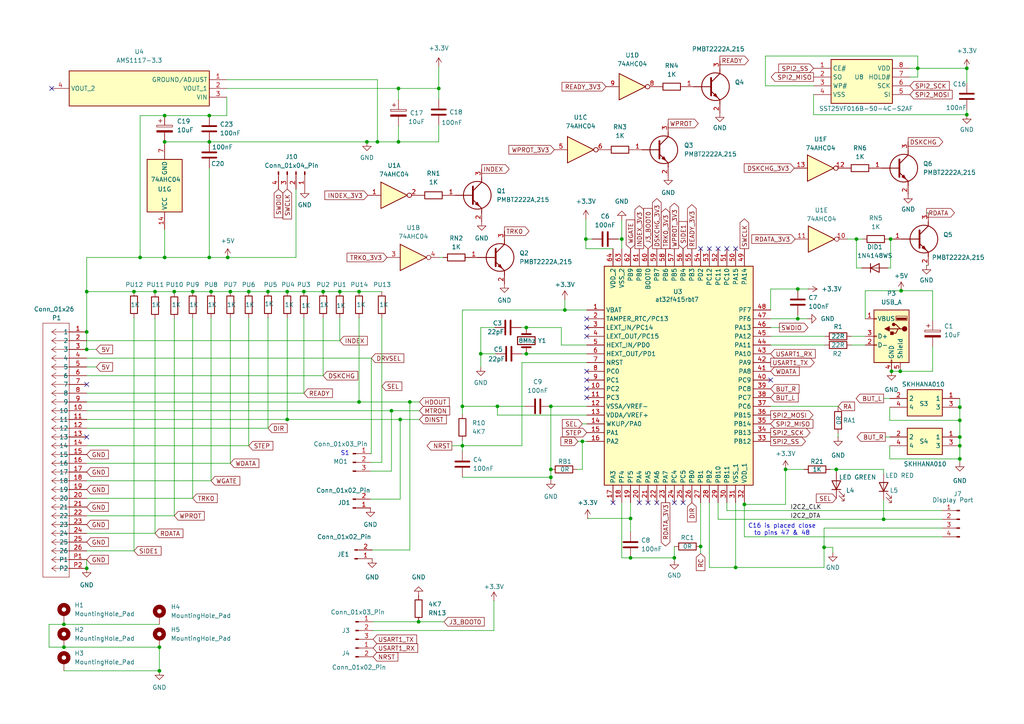
<source format=kicad_sch>
(kicad_sch (version 20250114) (generator "eeschema") (generator_version "9.0")
  (paper "A4")
  (title_block (title "Gotek SFR1M44-DU26 (SFRC2D.B) Handrawn Schematic") (date "2024-10-10") (rev "1.0") (company "LiveBoxAndy") (comment 1 "Based on pictures and meter readings.") (comment 2 "Correct positions of C7 and C16 on schematic. Layout was correct") (comment 3 "Correct values of R10 and RN13"))
  (lib_symbols
    (symbol "74xx:74AHC04"
      (property "Reference" "U" (at 0 1.27 0))
      (property "Value" "74AHC04" (at 0 -1.27 0))
      (symbol "74AHC04_1_0"
        (pin input line (at -7.62 0 0) (length 3.81) (name "~") (number "1"))
        (pin output inverted (at 7.62 0 180) (length 3.81) (name "~") (number "2"))
      )
      (symbol "74AHC04_2_0"
        (pin input line (at -7.62 0 0) (length 3.81) (name "~") (number "3"))
        (pin output inverted (at 7.62 0 180) (length 3.81) (name "~") (number "4"))
      )
      (symbol "74AHC04_3_0"
        (pin input line (at -7.62 0 0) (length 3.81) (name "~") (number "5"))
        (pin output inverted (at 7.62 0 180) (length 3.81) (name "~") (number "6"))
      )
      (symbol "74AHC04_4_0"
        (pin input line (at -7.62 0 0) (length 3.81) (name "~") (number "9"))
        (pin output inverted (at 7.62 0 180) (length 3.81) (name "~") (number "8"))
      )
      (symbol "74AHC04_5_0"
        (pin input line (at -7.62 0 0) (length 3.81) (name "~") (number "11"))
        (pin output inverted (at 7.62 0 180) (length 3.81) (name "~") (number "10"))
      )
      (symbol "74AHC04_6_0"
        (pin input line (at -7.62 0 0) (length 3.81) (name "~") (number "13"))
        (pin output inverted (at 7.62 0 180) (length 3.81) (name "~") (number "12"))
      )
      (symbol "74AHC04_7_0"
        (pin power_in line (at 0 12.7 270) (length 5.08) (name "VCC") (number "14"))
        (pin power_in line (at 0 -12.7 90) (length 5.08) (name "GND") (number "7"))
      )
    )
    (symbol "Connector:Conn_01x02_Pin" (pin_names (offset 1.016) (hide yes))
      (property "Reference" "J" (at 0 2.54 0))
      (property "Value" "Conn_01x02_Pin" (at 0 -5.08 0))
      (symbol "Conn_01x02_Pin_1_1"
        (pin passive line (at 5.08 0 180) (length 3.81) (name "Pin_1") (number "1"))
        (pin passive line (at 5.08 -2.54 180) (length 3.81) (name "Pin_2") (number "2"))
      )
    )
    (symbol "Connector:Conn_01x03_Pin" (pin_names (offset 1.016) (hide yes))
      (property "Reference" "J" (at 0 5.08 0))
      (property "Value" "Conn_01x03_Pin" (at 0 -5.08 0))
      (symbol "Conn_01x03_Pin_1_1"
        (pin passive line (at 5.08 2.54 180) (length 3.81) (name "Pin_1") (number "1"))
        (pin passive line (at 5.08 0 180) (length 3.81) (name "Pin_2") (number "2"))
        (pin passive line (at 5.08 -2.54 180) (length 3.81) (name "Pin_3") (number "3"))
      )
    )
    (symbol "Connector:Conn_01x04_Pin" (pin_names (offset 1.016) (hide yes))
      (property "Reference" "J" (at 0 5.08 0))
      (property "Value" "Conn_01x04_Pin" (at 0 -7.62 0))
      (symbol "Conn_01x04_Pin_1_1"
        (pin passive line (at 5.08 2.54 180) (length 3.81) (name "Pin_1") (number "1"))
        (pin passive line (at 5.08 0 180) (length 3.81) (name "Pin_2") (number "2"))
        (pin passive line (at 5.08 -2.54 180) (length 3.81) (name "Pin_3") (number "3"))
        (pin passive line (at 5.08 -5.08 180) (length 3.81) (name "Pin_4") (number "4"))
      )
    )
    (symbol "Connector:USB_A" (pin_names (offset 1.016))
      (property "Reference" "J" (at -5.08 11.43 0))
      (property "Value" "USB_A" (at -5.08 8.89 0))
      (symbol "USB_A_1_1"
        (pin passive line (at -2.54 -10.16 90) (length 2.54) (name "Shield") (number "5"))
        (pin power_in line (at 0 -10.16 90) (length 2.54) (name "GND") (number "4"))
        (pin power_in line (at 7.62 5.08 180) (length 2.54) (name "VBUS") (number "1"))
        (pin bidirectional line (at 7.62 0 180) (length 2.54) (name "D+") (number "3"))
        (pin bidirectional line (at 7.62 -2.54 180) (length 2.54) (name "D-") (number "2"))
      )
    )
    (symbol "Device:C" (pin_numbers (hide yes)) (pin_names (offset 0.254))
      (property "Reference" "C" (at 0.635 2.54 0))
      (property "Value" "C" (at 0.635 -2.54 0))
      (symbol "C_1_1"
        (pin passive line (at 0 3.81 270) (length 2.794) (name "~") (number "1"))
        (pin passive line (at 0 -3.81 90) (length 2.794) (name "~") (number "2"))
      )
    )
    (symbol "Device:C_Polarized" (pin_numbers (hide yes)) (pin_names (offset 0.254))
      (property "Reference" "C" (at 0.635 2.54 0))
      (property "Value" "C_Polarized" (at 0.635 -2.54 0))
      (symbol "C_Polarized_1_1"
        (pin passive line (at 0 3.81 270) (length 2.794) (name "~") (number "1"))
        (pin passive line (at 0 -3.81 90) (length 2.794) (name "~") (number "2"))
      )
    )
    (symbol "Device:Crystal" (pin_numbers (hide yes)) (pin_names (offset 1.016) (hide yes))
      (property "Reference" "Y" (at 0 3.81 0))
      (property "Value" "Crystal" (at 0 -3.81 0))
      (symbol "Crystal_1_1"
        (pin passive line (at -3.81 0 0) (length 1.27) (name "1") (number "1"))
        (pin passive line (at 3.81 0 180) (length 1.27) (name "2") (number "2"))
      )
    )
    (symbol "Device:LED" (pin_numbers (hide yes)) (pin_names (offset 1.016) (hide yes))
      (property "Reference" "D" (at 0 2.54 0))
      (property "Value" "LED" (at 0 -2.54 0))
      (symbol "LED_1_1"
        (pin passive line (at -3.81 0 0) (length 2.54) (name "K") (number "1"))
        (pin passive line (at 3.81 0 180) (length 2.54) (name "A") (number "2"))
      )
    )
    (symbol "Device:R" (pin_numbers (hide yes)) (pin_names (offset 0))
      (property "Reference" "R" (at 2.032 0 90))
      (property "Value" "R" (at 0 0 90))
      (symbol "R_1_1"
        (pin passive line (at 0 3.81 270) (length 1.27) (name "~") (number "1"))
        (pin passive line (at 0 -3.81 90) (length 1.27) (name "~") (number "2"))
      )
    )
    (symbol "Diode:1N4148WS" (pin_numbers (hide yes)) (pin_names (hide yes))
      (property "Reference" "D" (at 0 2.54 0))
      (property "Value" "1N4148WS" (at 0 -2.54 0))
      (symbol "1N4148WS_1_1"
        (pin passive line (at -3.81 0 0) (length 2.54) (name "K") (number "1"))
        (pin passive line (at 3.81 0 180) (length 2.54) (name "A") (number "2"))
      )
    )
    (symbol "Gotek:2005280260" (pin_names (offset 0.254))
      (property "Reference" "J" (at 8.89 6.35 0))
      (property "Value" "2005280260" (at 0 0 0))
      (symbol "2005280260_1_1"
        (pin unspecified line (at 0 0 0) (length 5.08) (name "1") (number "1"))
        (pin unspecified line (at 0 -2.54 0) (length 5.08) (name "2") (number "2"))
        (pin unspecified line (at 0 -5.08 0) (length 5.08) (name "3") (number "3"))
        (pin unspecified line (at 0 -7.62 0) (length 5.08) (name "4") (number "4"))
        (pin unspecified line (at 0 -10.16 0) (length 5.08) (name "5") (number "5"))
        (pin unspecified line (at 0 -12.7 0) (length 5.08) (name "6") (number "6"))
        (pin unspecified line (at 0 -15.24 0) (length 5.08) (name "7") (number "7"))
        (pin unspecified line (at 0 -17.78 0) (length 5.08) (name "8") (number "8"))
        (pin unspecified line (at 0 -20.32 0) (length 5.08) (name "9") (number "9"))
        (pin unspecified line (at 0 -22.86 0) (length 5.08) (name "10") (number "10"))
        (pin unspecified line (at 0 -25.4 0) (length 5.08) (name "11") (number "11"))
        (pin unspecified line (at 0 -27.94 0) (length 5.08) (name "12") (number "12"))
        (pin unspecified line (at 0 -30.48 0) (length 5.08) (name "13") (number "13"))
        (pin unspecified line (at 0 -33.02 0) (length 5.08) (name "14") (number "14"))
        (pin unspecified line (at 0 -35.56 0) (length 5.08) (name "15") (number "15"))
        (pin unspecified line (at 0 -38.1 0) (length 5.08) (name "16") (number "16"))
        (pin unspecified line (at 0 -40.64 0) (length 5.08) (name "17") (number "17"))
        (pin unspecified line (at 0 -43.18 0) (length 5.08) (name "18") (number "18"))
        (pin unspecified line (at 0 -45.72 0) (length 5.08) (name "19") (number "19"))
        (pin unspecified line (at 0 -48.26 0) (length 5.08) (name "20") (number "20"))
        (pin unspecified line (at 0 -50.8 0) (length 5.08) (name "21") (number "21"))
        (pin unspecified line (at 0 -53.34 0) (length 5.08) (name "22") (number "22"))
        (pin unspecified line (at 0 -55.88 0) (length 5.08) (name "23") (number "23"))
        (pin unspecified line (at 0 -58.42 0) (length 5.08) (name "24") (number "24"))
        (pin unspecified line (at 0 -60.96 0) (length 5.08) (name "25") (number "25"))
        (pin unspecified line (at 0 -63.5 0) (length 5.08) (name "26") (number "26"))
        (pin unspecified line (at 0 -66.04 0) (length 5.08) (name "P1") (number "P1"))
        (pin unspecified line (at 0 -68.58 0) (length 5.08) (name "P2") (number "P2"))
      )
      (symbol "2005280260_1_2"
        (pin unspecified line (at 0 0 0) (length 5.08) (name "1") (number "1"))
        (pin unspecified line (at 0 -2.54 0) (length 5.08) (name "2") (number "2"))
        (pin unspecified line (at 0 -5.08 0) (length 5.08) (name "3") (number "3"))
        (pin unspecified line (at 0 -7.62 0) (length 5.08) (name "4") (number "4"))
        (pin unspecified line (at 0 -10.16 0) (length 5.08) (name "5") (number "5"))
        (pin unspecified line (at 0 -12.7 0) (length 5.08) (name "6") (number "6"))
        (pin unspecified line (at 0 -15.24 0) (length 5.08) (name "7") (number "7"))
        (pin unspecified line (at 0 -17.78 0) (length 5.08) (name "8") (number "8"))
        (pin unspecified line (at 0 -20.32 0) (length 5.08) (name "9") (number "9"))
        (pin unspecified line (at 0 -22.86 0) (length 5.08) (name "10") (number "10"))
        (pin unspecified line (at 0 -25.4 0) (length 5.08) (name "11") (number "11"))
        (pin unspecified line (at 0 -27.94 0) (length 5.08) (name "12") (number "12"))
        (pin unspecified line (at 0 -30.48 0) (length 5.08) (name "13") (number "13"))
        (pin unspecified line (at 0 -33.02 0) (length 5.08) (name "14") (number "14"))
        (pin unspecified line (at 0 -35.56 0) (length 5.08) (name "15") (number "15"))
        (pin unspecified line (at 0 -38.1 0) (length 5.08) (name "16") (number "16"))
        (pin unspecified line (at 0 -40.64 0) (length 5.08) (name "17") (number "17"))
        (pin unspecified line (at 0 -43.18 0) (length 5.08) (name "18") (number "18"))
        (pin unspecified line (at 0 -45.72 0) (length 5.08) (name "19") (number "19"))
        (pin unspecified line (at 0 -48.26 0) (length 5.08) (name "20") (number "20"))
        (pin unspecified line (at 0 -50.8 0) (length 5.08) (name "21") (number "21"))
        (pin unspecified line (at 0 -53.34 0) (length 5.08) (name "22") (number "22"))
        (pin unspecified line (at 0 -55.88 0) (length 5.08) (name "23") (number "23"))
        (pin unspecified line (at 0 -58.42 0) (length 5.08) (name "24") (number "24"))
        (pin unspecified line (at 0 -60.96 0) (length 5.08) (name "25") (number "25"))
        (pin unspecified line (at 0 -63.5 0) (length 5.08) (name "26") (number "26"))
        (pin unspecified line (at 0 -66.04 0) (length 5.08) (name "P1") (number "P1"))
        (pin unspecified line (at 0 -68.58 0) (length 5.08) (name "P2") (number "P2"))
      )
    )
    (symbol "Gotek:PMBT2222A,215" (pin_names (hide yes))
      (property "Reference" "Q" (at 13.97 1.27 0))
      (property "Value" "PMBT2222A,215" (at 13.97 -1.27 0))
      (symbol "PMBT2222A,215_1_1"
        (pin passive line (at 0 0 0) (length 2.54) (name "B") (number "1"))
        (pin passive line (at 10.16 7.62 270) (length 2.54) (name "C") (number "3"))
        (pin passive line (at 10.16 -7.62 90) (length 2.54) (name "E") (number "2"))
      )
    )
    (symbol "Gotek:SKHHANA010"
      (property "Reference" "S" (at 16.51 7.62 0))
      (property "Value" "SKHHANA010" (at 16.51 5.08 0))
      (symbol "SKHHANA010_1_1"
        (pin passive line (at 0 0 0) (length 5.08) (name "1") (number "1"))
        (pin passive line (at 0 -2.54 0) (length 5.08) (name "3") (number "3"))
        (pin passive line (at 20.32 0 180) (length 5.08) (name "2") (number "2"))
        (pin passive line (at 20.32 -2.54 180) (length 5.08) (name "4") (number "4"))
      )
    )
    (symbol "Gotek:SST25VF016B-50-4C-S2AF"
      (property "Reference" "IC" (at 24.13 7.62 0))
      (property "Value" "SST25VF016B-50-4C-S2AF" (at 24.13 5.08 0))
      (symbol "SST25VF016B-50-4C-S2AF_1_1"
        (pin passive line (at 0 0 0) (length 5.08) (name "CE#") (number "1"))
        (pin passive line (at 0 -2.54 0) (length 5.08) (name "SO") (number "2"))
        (pin passive line (at 0 -5.08 0) (length 5.08) (name "WP#") (number "3"))
        (pin passive line (at 0 -7.62 0) (length 5.08) (name "VSS") (number "4"))
        (pin passive line (at 27.94 0 180) (length 5.08) (name "VDD") (number "8"))
        (pin passive line (at 27.94 -2.54 180) (length 5.08) (name "HOLD#") (number "7"))
        (pin passive line (at 27.94 -5.08 180) (length 5.08) (name "SCK") (number "6"))
        (pin passive line (at 27.94 -7.62 180) (length 5.08) (name "SI") (number "5"))
      )
    )
    (symbol "Gotek:ams1117-3.3v"
      (property "Reference" "IC" (at 46.99 7.62 0))
      (property "Value" "ams1117-3.3v" (at 46.99 5.08 0))
      (symbol "ams1117-3.3v_1_1"
        (pin passive line (at 0 0 0) (length 5.08) (name "GROUND/ADJUST") (number "1"))
        (pin passive line (at 0 -2.54 0) (length 5.08) (name "VOUT_1") (number "2"))
        (pin passive line (at 0 -5.08 0) (length 5.08) (name "VIN") (number "3"))
        (pin passive line (at 50.8 -2.54 180) (length 5.08) (name "VOUT_2") (number "4"))
      )
    )
    (symbol "Gotek:at32f415rct7"
      (property "Reference" "IC" (at 49.53 17.78 0))
      (property "Value" "at32f415rct7" (at 49.53 15.24 0))
      (symbol "at32f415rct7_1_1"
        (pin passive line (at 0 0 0) (length 5.08) (name "VBAT") (number "1"))
        (pin passive line (at 0 -2.54 0) (length 5.08) (name "TAMPER_RTC/PC13") (number "2"))
        (pin passive line (at 0 -5.08 0) (length 5.08) (name "LEXT_IN/PC14") (number "3"))
        (pin passive line (at 0 -7.62 0) (length 5.08) (name "LEXT_OUT/PC15") (number "4"))
        (pin passive line (at 0 -10.16 0) (length 5.08) (name "HEXT_IN/PD0") (number "5"))
        (pin passive line (at 0 -12.7 0) (length 5.08) (name "HEXT_OUT/PD1") (number "6"))
        (pin passive line (at 0 -15.24 0) (length 5.08) (name "NRST") (number "7"))
        (pin passive line (at 0 -17.78 0) (length 5.08) (name "PC0") (number "8"))
        (pin passive line (at 0 -20.32 0) (length 5.08) (name "PC1") (number "9"))
        (pin passive line (at 0 -22.86 0) (length 5.08) (name "PC2") (number "10"))
        (pin passive line (at 0 -25.4 0) (length 5.08) (name "PC3") (number "11"))
        (pin passive line (at 0 -27.94 0) (length 5.08) (name "VSSA/VREF-") (number "12"))
        (pin passive line (at 0 -30.48 0) (length 5.08) (name "VDDA/VREF+") (number "13"))
        (pin passive line (at 0 -33.02 0) (length 5.08) (name "WKUP/PA0") (number "14"))
        (pin passive line (at 0 -35.56 0) (length 5.08) (name "PA1") (number "15"))
        (pin passive line (at 0 -38.1 0) (length 5.08) (name "PA2") (number "16"))
        (pin passive line (at 7.62 17.78 270) (length 5.08) (name "VDD_2") (number "64"))
        (pin passive line (at 7.62 -55.88 90) (length 5.08) (name "PA3") (number "17"))
        (pin passive line (at 10.16 17.78 270) (length 5.08) (name "VSS_2") (number "63"))
        (pin passive line (at 10.16 -55.88 90) (length 5.08) (name "PF4") (number "18"))
        (pin passive line (at 12.7 17.78 270) (length 5.08) (name "PB9") (number "62"))
        (pin passive line (at 12.7 -55.88 90) (length 5.08) (name "PF5") (number "19"))
        (pin passive line (at 15.24 17.78 270) (length 5.08) (name "PB8") (number "61"))
        (pin passive line (at 15.24 -55.88 90) (length 5.08) (name "PA4") (number "20"))
        (pin passive line (at 17.78 17.78 270) (length 5.08) (name "BOOT0") (number "60"))
        (pin passive line (at 17.78 -55.88 90) (length 5.08) (name "PA5") (number "21"))
        (pin passive line (at 20.32 17.78 270) (length 5.08) (name "PB7") (number "59"))
        (pin passive line (at 20.32 -55.88 90) (length 5.08) (name "PA6") (number "22"))
        (pin passive line (at 22.86 17.78 270) (length 5.08) (name "PB6") (number "58"))
        (pin passive line (at 22.86 -55.88 90) (length 5.08) (name "PA7") (number "23"))
        (pin passive line (at 25.4 17.78 270) (length 5.08) (name "PB5") (number "57"))
        (pin passive line (at 25.4 -55.88 90) (length 5.08) (name "PC4") (number "24"))
        (pin passive line (at 27.94 17.78 270) (length 5.08) (name "PB4") (number "56"))
        (pin passive line (at 27.94 -55.88 90) (length 5.08) (name "PC5") (number "25"))
        (pin passive line (at 30.48 17.78 270) (length 5.08) (name "PB3") (number "55"))
        (pin passive line (at 30.48 -55.88 90) (length 5.08) (name "PB0") (number "26"))
        (pin passive line (at 33.02 17.78 270) (length 5.08) (name "PD2") (number "54"))
        (pin passive line (at 33.02 -55.88 90) (length 5.08) (name "PB1") (number "27"))
        (pin passive line (at 35.56 17.78 270) (length 5.08) (name "PC12") (number "53"))
        (pin passive line (at 35.56 -55.88 90) (length 5.08) (name "PB2") (number "28"))
        (pin passive line (at 38.1 17.78 270) (length 5.08) (name "PC11") (number "52"))
        (pin passive line (at 38.1 -55.88 90) (length 5.08) (name "PB10") (number "29"))
        (pin passive line (at 40.64 17.78 270) (length 5.08) (name "PC10") (number "51"))
        (pin passive line (at 40.64 -55.88 90) (length 5.08) (name "PB11") (number "30"))
        (pin passive line (at 43.18 17.78 270) (length 5.08) (name "PA15") (number "50"))
        (pin passive line (at 43.18 -55.88 90) (length 5.08) (name "VSS_1") (number "31"))
        (pin passive line (at 45.72 17.78 270) (length 5.08) (name "PA14") (number "49"))
        (pin passive line (at 45.72 -55.88 90) (length 5.08) (name "VDD_1") (number "32"))
        (pin passive line (at 53.34 0 180) (length 5.08) (name "PF7") (number "48"))
        (pin passive line (at 53.34 -2.54 180) (length 5.08) (name "PF6") (number "47"))
        (pin passive line (at 53.34 -5.08 180) (length 5.08) (name "PA13") (number "46"))
        (pin passive line (at 53.34 -7.62 180) (length 5.08) (name "PA12") (number "45"))
        (pin passive line (at 53.34 -10.16 180) (length 5.08) (name "PA11") (number "44"))
        (pin passive line (at 53.34 -12.7 180) (length 5.08) (name "PA10") (number "43"))
        (pin passive line (at 53.34 -15.24 180) (length 5.08) (name "PA9") (number "42"))
        (pin passive line (at 53.34 -17.78 180) (length 5.08) (name "PA8") (number "41"))
        (pin passive line (at 53.34 -20.32 180) (length 5.08) (name "PC9") (number "40"))
        (pin passive line (at 53.34 -22.86 180) (length 5.08) (name "PC8") (number "39"))
        (pin passive line (at 53.34 -25.4 180) (length 5.08) (name "PC7") (number "38"))
        (pin passive line (at 53.34 -27.94 180) (length 5.08) (name "PC6") (number "37"))
        (pin passive line (at 53.34 -30.48 180) (length 5.08) (name "PB15") (number "36"))
        (pin passive line (at 53.34 -33.02 180) (length 5.08) (name "PB14") (number "35"))
        (pin passive line (at 53.34 -35.56 180) (length 5.08) (name "PB13") (number "34"))
        (pin passive line (at 53.34 -38.1 180) (length 5.08) (name "PB12") (number "33"))
      )
    )
    (symbol "Mechanical:MountingHole_Pad" (pin_numbers (hide yes)) (pin_names (offset 1.016) (hide yes)) (exclude_from_sim yes) (in_bom no)
      (property "Reference" "H" (at 0 6.35 0))
      (property "Value" "MountingHole_Pad" (at 0 4.445 0))
      (symbol "MountingHole_Pad_1_1"
        (pin input line (at 0 -2.54 90) (length 2.54) (name "1") (number "1"))
      )
    )
    (symbol "power:+3.3V" (power) (pin_numbers (hide yes)) (pin_names (offset 0) (hide yes))
      (property "Value" "+3.3V" (at 0 3.556 0))
      (symbol "+3.3V_1_1"
        (pin power_in line (at 0 0 90) (length 0) (name "~") (number "1"))
      )
    )
    (symbol "power:+5V" (power) (pin_numbers (hide yes)) (pin_names (offset 0) (hide yes))
      (property "Value" "+5V" (at 0 3.556 0))
      (symbol "+5V_1_1"
        (pin power_in line (at 0 0 90) (length 0) (name "~") (number "1"))
      )
    )
    (symbol "power:GND" (power) (pin_numbers (hide yes)) (pin_names (offset 0) (hide yes))
      (property "Value" "GND" (at 0 -3.81 0))
      (symbol "GND_1_1"
        (pin power_in line (at 0 0 270) (length 0) (name "~") (number "1"))
      )
    )
  )
  (text "C16 is placed close\nto pins 47 & 48" (at 226.822 153.67 0) (effects (font (size 1.27 1.27))))
  (text "S1" (at 100.076 131.572 0) (effects (font (size 1.27 1.27))))
  (junction (at 25.146 101.346))
  (junction (at 83.312 121.666))
  (junction (at 46.228 187.706))
  (junction (at 242.57 136.144))
  (junction (at 88.138 84.582))
  (junction (at 134.112 117.856))
  (junction (at 116.078 121.666))
  (junction (at 106.426 41.148))
  (junction (at 46.228 194.564))
  (junction (at 182.88 150.368))
  (junction (at 60.706 41.148))
  (junction (at 25.146 96.266))
  (junction (at 127.254 25.654))
  (junction (at 182.88 161.798))
  (junction (at 25.146 164.846))
  (junction (at 118.872 116.586))
  (junction (at 248.412 69.342))
  (junction (at 60.706 33.528))
  (junction (at 115.57 25.654))
  (junction (at 47.752 74.676))
  (junction (at 25.146 84.582))
  (junction (at 72.136 84.582))
  (junction (at 278.384 133.096))
  (junction (at 159.766 136.144))
  (junction (at 213.36 164.592))
  (junction (at 66.04 74.676))
  (junction (at 144.272 117.856))
  (junction (at 163.83 89.916))
  (junction (at 104.14 84.582))
  (junction (at 115.57 41.148))
  (junction (at 139.446 102.616))
  (junction (at 278.384 118.11))
  (junction (at 98.552 84.582))
  (junction (at 50.546 84.582))
  (junction (at 180.34 69.342))
  (junction (at 83.312 84.582))
  (junction (at 55.88 84.582))
  (junction (at 109.474 41.148))
  (junction (at 231.394 92.456))
  (junction (at 280.416 33.274))
  (junction (at 38.862 84.582))
  (junction (at 261.112 107.696))
  (junction (at 280.416 19.812))
  (junction (at 60.706 74.676))
  (junction (at 113.538 119.126))
  (junction (at 104.14 116.586))
  (junction (at 121.412 180.34))
  (junction (at 47.752 33.528))
  (junction (at 152.654 94.996))
  (junction (at 258.318 69.342))
  (junction (at 47.752 41.148))
  (junction (at 44.958 84.582))
  (junction (at 261.366 84.328))
  (junction (at 66.802 84.582))
  (junction (at 227.838 136.144))
  (junction (at 258.572 107.696))
  (junction (at 159.766 117.856))
  (junction (at 18.542 187.706))
  (junction (at 168.91 128.016))
  (junction (at 93.726 84.582))
  (junction (at 256.286 150.622))
  (junction (at 203.2 158.496))
  (junction (at 215.9 146.304))
  (junction (at 239.014 158.75))
  (junction (at 195.58 161.798))
  (junction (at 159.766 138.43))
  (junction (at 61.214 84.582))
  (junction (at 18.542 181.102))
  (junction (at 266.192 19.812))
  (junction (at 278.384 129.286))
  (junction (at 169.926 69.342))
  (junction (at 40.64 74.676))
  (junction (at 77.724 84.582))
  (junction (at 134.112 129.286))
  (junction (at 231.394 83.82))
  (junction (at 278.384 121.92))
  (junction (at 278.384 126.746))
  (junction (at 152.654 102.616))
  (no_connect (at 203.2 72.136))
  (no_connect (at 205.74 72.136))
  (no_connect (at 223.52 110.236))
  (no_connect (at 208.28 72.136))
  (no_connect (at 25.146 111.506))
  (no_connect (at 170.18 97.536))
  (no_connect (at 177.8 145.796))
  (no_connect (at 170.18 115.316))
  (no_connect (at 14.986 25.654))
  (no_connect (at 170.18 110.236))
  (no_connect (at 170.18 94.996))
  (no_connect (at 195.58 145.796))
  (no_connect (at 170.18 92.456))
  (no_connect (at 198.12 145.796))
  (no_connect (at 25.146 126.746))
  (no_connect (at 170.18 112.776))
  (no_connect (at 187.96 145.796))
  (no_connect (at 170.18 107.696))
  (no_connect (at 190.5 145.796))
  (no_connect (at 185.42 145.796))
  (no_connect (at 213.36 72.136))
  (no_connect (at 210.82 72.136))
  (wire (pts (xy 180.34 63.754) (xy 180.34 69.342)))
  (wire (pts (xy 46.228 181.102) (xy 18.542 181.102)))
  (wire (pts (xy 118.872 116.586) (xy 104.14 116.586)))
  (wire (pts (xy 168.91 122.936) (xy 170.18 122.936)))
  (wire (pts (xy 113.538 136.652) (xy 107.442 136.652)))
  (wire (pts (xy 221.996 24.892) (xy 221.996 16.256)))
  (wire (pts (xy 240.792 136.144) (xy 242.57 136.144)))
  (wire (pts (xy 168.91 136.144) (xy 168.91 128.016)))
  (wire (pts (xy 134.112 129.286) (xy 134.112 130.81)))
  (wire (pts (xy 170.18 89.916) (xy 163.83 89.916)))
  (wire (pts (xy 266.192 19.812) (xy 266.192 22.352)))
  (wire (pts (xy 121.666 121.666) (xy 116.078 121.666)))
  (wire (pts (xy 223.52 92.456) (xy 231.394 92.456)))
  (wire (pts (xy 227.838 136.144) (xy 233.172 136.144)))
  (wire (pts (xy 266.192 16.256) (xy 266.192 19.812)))
  (wire (pts (xy 72.136 84.582) (xy 77.724 84.582)))
  (wire (pts (xy 121.412 180.34) (xy 108.204 180.34)))
  (wire (pts (xy 128.524 74.676) (xy 127.508 74.676)))
  (wire (pts (xy 159.766 136.144) (xy 159.766 138.43)))
  (wire (pts (xy 139.446 94.996) (xy 139.446 102.616)))
  (wire (pts (xy 65.786 33.528) (xy 65.786 28.194)))
  (wire (pts (xy 152.654 94.996) (xy 162.814 94.996)))
  (wire (pts (xy 110.744 134.112) (xy 107.442 134.112)))
  (wire (pts (xy 50.546 149.606) (xy 25.146 149.606)))
  (wire (pts (xy 235.966 33.274) (xy 280.416 33.274)))
  (wire (pts (xy 134.112 117.856) (xy 134.112 120.142)))
  (wire (pts (xy 40.64 33.528) (xy 40.64 74.676)))
  (wire (pts (xy 83.312 92.202) (xy 83.312 121.666)))
  (wire (pts (xy 177.8 72.136) (xy 169.926 72.136)))
  (wire (pts (xy 38.862 159.766) (xy 25.146 159.766)))
  (wire (pts (xy 55.88 92.202) (xy 55.88 144.526)))
  (wire (pts (xy 143.764 102.616) (xy 139.446 102.616)))
  (wire (pts (xy 77.724 92.202) (xy 77.724 124.206)))
  (wire (pts (xy 109.474 41.148) (xy 106.426 41.148)))
  (wire (pts (xy 208.28 145.796) (xy 208.28 150.622)))
  (wire (pts (xy 104.14 116.586) (xy 25.146 116.586)))
  (wire (pts (xy 115.57 25.654) (xy 127.254 25.654)))
  (wire (pts (xy 223.52 94.996) (xy 226.314 94.996)))
  (wire (pts (xy 243.078 126.746) (xy 243.078 125.73)))
  (wire (pts (xy 163.83 86.868) (xy 163.83 89.916)))
  (wire (pts (xy 108.204 182.88) (xy 143.256 182.88)))
  (wire (pts (xy 47.752 33.528) (xy 60.706 33.528)))
  (wire (pts (xy 115.57 36.576) (xy 115.57 41.148)))
  (wire (pts (xy 223.52 117.856) (xy 243.078 117.856)))
  (wire (pts (xy 60.706 33.528) (xy 65.786 33.528)))
  (wire (pts (xy 151.384 105.156) (xy 151.384 129.286)))
  (wire (pts (xy 107.95 159.512) (xy 118.872 159.512)))
  (wire (pts (xy 55.88 84.582) (xy 61.214 84.582)))
  (wire (pts (xy 239.014 153.162) (xy 239.014 158.75)))
  (wire (pts (xy 256.794 126.746) (xy 258.064 126.746)))
  (wire (pts (xy 85.852 54.864) (xy 85.852 74.676)))
  (wire (pts (xy 182.88 150.368) (xy 182.88 154.178)))
  (wire (pts (xy 278.384 115.57) (xy 278.384 118.11)))
  (wire (pts (xy 256.286 115.57) (xy 258.064 115.57)))
  (wire (pts (xy 47.752 41.148) (xy 60.706 41.148)))
  (wire (pts (xy 40.64 74.676) (xy 47.752 74.676)))
  (wire (pts (xy 46.228 194.564) (xy 46.228 187.706)))
  (wire (pts (xy 152.654 102.616) (xy 170.18 102.616)))
  (wire (pts (xy 18.542 194.564) (xy 46.228 194.564)))
  (wire (pts (xy 235.966 24.892) (xy 221.996 24.892)))
  (wire (pts (xy 47.752 66.548) (xy 47.752 74.676)))
  (wire (pts (xy 162.814 100.076) (xy 162.814 94.996)))
  (wire (pts (xy 231.394 92.456) (xy 234.188 92.456)))
  (wire (pts (xy 182.88 161.798) (xy 195.58 161.798)))
  (wire (pts (xy 47.752 74.676) (xy 60.706 74.676)))
  (wire (pts (xy 256.286 136.144) (xy 256.286 137.414)))
  (wire (pts (xy 258.064 121.92) (xy 278.384 121.92)))
  (wire (pts (xy 66.802 92.202) (xy 66.802 134.366)))
  (wire (pts (xy 104.14 92.202) (xy 104.14 116.586)))
  (wire (pts (xy 25.146 74.676) (xy 25.146 84.582)))
  (wire (pts (xy 168.91 128.016) (xy 170.18 128.016)))
  (wire (pts (xy 44.958 84.836) (xy 44.958 84.582)))
  (wire (pts (xy 269.24 61.722) (xy 268.732 61.722)))
  (wire (pts (xy 159.766 138.43) (xy 159.766 139.192)))
  (wire (pts (xy 234.442 83.82) (xy 231.394 83.82)))
  (wire (pts (xy 258.572 107.696) (xy 261.112 107.696)))
  (wire (pts (xy 25.146 103.886) (xy 107.696 103.886)))
  (wire (pts (xy 25.146 98.806) (xy 98.552 98.806)))
  (wire (pts (xy 249.936 77.724) (xy 248.412 77.724)))
  (wire (pts (xy 25.146 162.306) (xy 25.146 164.846)))
  (wire (pts (xy 118.872 116.586) (xy 118.872 159.512)))
  (wire (pts (xy 239.014 158.75) (xy 239.014 164.592)))
  (wire (pts (xy 258.318 69.342) (xy 258.318 77.724)))
  (wire (pts (xy 65.786 23.114) (xy 109.474 23.114)))
  (wire (pts (xy 213.36 145.796) (xy 213.36 164.592)))
  (wire (pts (xy 280.416 19.812) (xy 280.416 24.13)))
  (wire (pts (xy 121.412 180.34) (xy 128.778 180.34)))
  (wire (pts (xy 107.696 103.886) (xy 107.696 131.572)))
  (wire (pts (xy 163.83 89.916) (xy 134.112 89.916)))
  (wire (pts (xy 55.88 144.526) (xy 25.146 144.526)))
  (wire (pts (xy 127.254 25.654) (xy 127.254 28.702)))
  (wire (pts (xy 66.802 134.366) (xy 25.146 134.366)))
  (wire (pts (xy 227.838 146.304) (xy 215.9 146.304)))
  (wire (pts (xy 256.286 145.034) (xy 256.286 150.622)))
  (wire (pts (xy 241.554 158.75) (xy 239.014 158.75)))
  (wire (pts (xy 116.078 144.78) (xy 107.442 144.78)))
  (wire (pts (xy 205.74 164.592) (xy 213.36 164.592)))
  (wire (pts (xy 263.906 19.812) (xy 266.192 19.812)))
  (wire (pts (xy 88.138 92.202) (xy 88.138 114.046)))
  (wire (pts (xy 88.138 114.046) (xy 25.146 114.046)))
  (wire (pts (xy 167.64 128.016) (xy 168.91 128.016)))
  (wire (pts (xy 273.304 155.702) (xy 215.9 155.702)))
  (wire (pts (xy 258.318 69.342) (xy 259.08 69.342)))
  (wire (pts (xy 270.51 100.584) (xy 270.51 107.696)))
  (wire (pts (xy 25.146 96.266) (xy 25.146 101.346)))
  (wire (pts (xy 250.952 100.076) (xy 246.888 100.076)))
  (wire (pts (xy 278.384 121.92) (xy 278.384 126.746)))
  (wire (pts (xy 25.146 84.582) (xy 25.146 96.266)))
  (wire (pts (xy 83.312 84.582) (xy 88.138 84.582)))
  (wire (pts (xy 60.706 74.676) (xy 66.04 74.676)))
  (wire (pts (xy 40.64 74.676) (xy 25.146 74.676)))
  (wire (pts (xy 60.706 48.768) (xy 60.706 74.676)))
  (wire (pts (xy 210.82 145.796) (xy 210.82 148.082)))
  (wire (pts (xy 139.446 102.616) (xy 139.446 106.426)))
  (wire (pts (xy 25.146 119.126) (xy 113.538 119.126)))
  (wire (pts (xy 115.57 25.654) (xy 115.57 28.956)))
  (wire (pts (xy 170.18 105.156) (xy 151.384 105.156)))
  (wire (pts (xy 113.538 119.126) (xy 121.666 119.126)))
  (wire (pts (xy 261.366 84.328) (xy 270.51 84.328)))
  (wire (pts (xy 65.786 25.654) (xy 115.57 25.654)))
  (wire (pts (xy 278.384 118.11) (xy 278.384 121.92)))
  (wire (pts (xy 195.58 158.496) (xy 195.58 161.798)))
  (wire (pts (xy 44.958 154.686) (xy 25.146 154.686)))
  (wire (pts (xy 61.214 92.202) (xy 61.214 139.446)))
  (wire (pts (xy 248.412 77.724) (xy 248.412 69.342)))
  (wire (pts (xy 38.862 92.202) (xy 38.862 159.766)))
  (wire (pts (xy 223.52 83.82) (xy 231.394 83.82)))
  (wire (pts (xy 27.94 101.346) (xy 25.146 101.346)))
  (wire (pts (xy 27.94 106.426) (xy 25.146 106.426)))
  (wire (pts (xy 110.744 92.202) (xy 110.744 134.112)))
  (wire (pts (xy 180.34 69.342) (xy 180.34 72.136)))
  (wire (pts (xy 169.926 72.136) (xy 169.926 69.342)))
  (wire (pts (xy 248.412 69.342) (xy 250.19 69.342)))
  (wire (pts (xy 243.078 117.856) (xy 243.078 118.11)))
  (wire (pts (xy 115.57 41.148) (xy 127.254 41.148)))
  (wire (pts (xy 152.146 117.856) (xy 144.272 117.856)))
  (wire (pts (xy 210.82 148.082) (xy 273.304 148.082)))
  (wire (pts (xy 66.04 74.676) (xy 85.852 74.676)))
  (wire (pts (xy 170.18 117.856) (xy 159.766 117.856)))
  (wire (pts (xy 273.304 153.162) (xy 239.014 153.162)))
  (wire (pts (xy 131.064 129.286) (xy 134.112 129.286)))
  (wire (pts (xy 170.18 120.396) (xy 144.272 120.396)))
  (wire (pts (xy 170.434 150.368) (xy 182.88 150.368)))
  (wire (pts (xy 223.52 97.536) (xy 239.268 97.536)))
  (wire (pts (xy 77.724 124.206) (xy 25.146 124.206)))
  (wire (pts (xy 46.228 187.706) (xy 18.542 187.706)))
  (wire (pts (xy 50.546 84.582) (xy 55.88 84.582)))
  (wire (pts (xy 182.88 145.796) (xy 182.88 150.368)))
  (wire (pts (xy 263.906 22.352) (xy 266.192 22.352)))
  (wire (pts (xy 280.416 33.274) (xy 280.416 31.75)))
  (wire (pts (xy 203.2 158.496) (xy 203.2 145.796)))
  (wire (pts (xy 256.286 150.622) (xy 273.304 150.622)))
  (wire (pts (xy 72.136 92.202) (xy 72.136 129.286)))
  (wire (pts (xy 241.554 158.75) (xy 241.554 160.274)))
  (wire (pts (xy 205.74 145.796) (xy 205.74 164.592)))
  (wire (pts (xy 242.57 136.144) (xy 242.57 136.906)))
  (wire (pts (xy 278.384 133.096) (xy 278.384 134.112)))
  (wire (pts (xy 203.2 160.528) (xy 203.2 158.496)))
  (wire (pts (xy 134.112 127.762) (xy 134.112 129.286)))
  (wire (pts (xy 223.52 83.82) (xy 223.52 89.916)))
  (wire (pts (xy 60.706 41.148) (xy 106.426 41.148)))
  (wire (pts (xy 61.214 84.582) (xy 66.802 84.582)))
  (wire (pts (xy 227.838 136.144) (xy 227.838 146.304)))
  (wire (pts (xy 258.064 129.286) (xy 258.064 133.096)))
  (wire (pts (xy 270.51 107.696) (xy 261.112 107.696)))
  (wire (pts (xy 152.654 94.996) (xy 151.13 94.996)))
  (wire (pts (xy 50.546 84.836) (xy 50.546 84.582)))
  (wire (pts (xy 14.224 181.102) (xy 18.542 181.102)))
  (wire (pts (xy 83.312 121.666) (xy 25.146 121.666)))
  (wire (pts (xy 278.384 129.286) (xy 278.384 133.096)))
  (wire (pts (xy 38.862 84.582) (xy 44.958 84.582)))
  (wire (pts (xy 167.386 136.144) (xy 168.91 136.144)))
  (wire (pts (xy 93.726 84.582) (xy 98.552 84.582)))
  (wire (pts (xy 134.112 138.43) (xy 159.766 138.43)))
  (wire (pts (xy 169.926 63.5) (xy 169.926 69.342)))
  (wire (pts (xy 208.28 150.622) (xy 256.286 150.622)))
  (wire (pts (xy 256.286 136.144) (xy 242.57 136.144)))
  (wire (pts (xy 116.078 121.666) (xy 83.312 121.666)))
  (wire (pts (xy 231.394 91.44) (xy 231.394 92.456)))
  (wire (pts (xy 270.51 92.964) (xy 270.51 84.328)))
  (wire (pts (xy 127.254 41.148) (xy 127.254 36.322)))
  (wire (pts (xy 116.078 144.78) (xy 116.078 121.666)))
  (wire (pts (xy 113.538 119.126) (xy 113.538 136.652)))
  (wire (pts (xy 66.802 84.582) (xy 72.136 84.582)))
  (wire (pts (xy 159.766 117.856) (xy 159.766 136.144)))
  (wire (pts (xy 109.474 23.114) (xy 109.474 41.148)))
  (wire (pts (xy 152.654 102.616) (xy 151.384 102.616)))
  (wire (pts (xy 151.384 129.286) (xy 134.112 129.286)))
  (wire (pts (xy 257.81 69.342) (xy 258.318 69.342)))
  (wire (pts (xy 246.888 97.536) (xy 250.952 97.536)))
  (wire (pts (xy 109.474 41.148) (xy 115.57 41.148)))
  (wire (pts (xy 61.214 139.446) (xy 25.146 139.446)))
  (wire (pts (xy 121.666 116.586) (xy 118.872 116.586)))
  (wire (pts (xy 40.64 33.528) (xy 47.752 33.528)))
  (wire (pts (xy 223.52 100.076) (xy 239.268 100.076)))
  (wire (pts (xy 25.146 108.966) (xy 93.726 108.966)))
  (wire (pts (xy 258.064 118.11) (xy 258.064 121.92)))
  (wire (pts (xy 235.966 27.432) (xy 235.966 33.274)))
  (wire (pts (xy 258.064 133.096) (xy 278.384 133.096)))
  (wire (pts (xy 25.146 84.582) (xy 38.862 84.582)))
  (wire (pts (xy 221.996 16.256) (xy 266.192 16.256)))
  (wire (pts (xy 77.724 84.582) (xy 83.312 84.582)))
  (wire (pts (xy 98.552 84.582) (xy 104.14 84.582)))
  (wire (pts (xy 72.136 129.286) (xy 25.146 129.286)))
  (wire (pts (xy 278.384 126.746) (xy 278.384 129.286)))
  (wire (pts (xy 182.88 161.798) (xy 180.34 161.798)))
  (wire (pts (xy 143.256 182.88) (xy 143.256 174.244)))
  (wire (pts (xy 88.138 84.582) (xy 93.726 84.582)))
  (wire (pts (xy 18.542 187.706) (xy 14.224 187.706)))
  (wire (pts (xy 266.192 19.812) (xy 280.416 19.812)))
  (wire (pts (xy 215.9 145.796) (xy 215.9 146.304)))
  (wire (pts (xy 169.926 69.342) (xy 171.704 69.342)))
  (wire (pts (xy 261.366 84.328) (xy 250.952 84.328)))
  (wire (pts (xy 93.726 108.966) (xy 93.726 92.202)))
  (wire (pts (xy 213.36 164.592) (xy 239.014 164.592)))
  (wire (pts (xy 134.112 89.916) (xy 134.112 117.856)))
  (wire (pts (xy 269.24 76.962) (xy 268.732 76.962)))
  (wire (pts (xy 98.552 98.806) (xy 98.552 92.202)))
  (wire (pts (xy 258.318 77.724) (xy 257.556 77.724)))
  (wire (pts (xy 144.272 120.396) (xy 144.272 117.856)))
  (wire (pts (xy 245.872 69.342) (xy 248.412 69.342)))
  (wire (pts (xy 127.254 19.304) (xy 127.254 25.654)))
  (wire (pts (xy 44.958 84.582) (xy 50.546 84.582)))
  (wire (pts (xy 14.224 187.706) (xy 14.224 181.102)))
  (wire (pts (xy 144.272 117.856) (xy 134.112 117.856)))
  (wire (pts (xy 179.324 69.342) (xy 180.34 69.342)))
  (wire (pts (xy 195.58 161.798) (xy 195.58 162.56)))
  (wire (pts (xy 215.9 146.304) (xy 215.9 155.702)))
  (wire (pts (xy 18.542 181.102) (xy 18.542 180.594)))
  (wire (pts (xy 143.51 94.996) (xy 139.446 94.996)))
  (wire (pts (xy 50.546 92.456) (xy 50.546 149.606)))
  (wire (pts (xy 110.744 84.582) (xy 104.14 84.582)))
  (wire (pts (xy 107.696 131.572) (xy 107.442 131.572)))
  (wire (pts (xy 180.34 161.798) (xy 180.34 145.796)))
  (wire (pts (xy 44.958 92.456) (xy 44.958 154.686)))
  (wire (pts (xy 250.952 84.328) (xy 250.952 92.456)))
  (wire (pts (xy 170.18 100.076) (xy 162.814 100.076)))
  (label "I2C2_DTA" (at 237.998 150.622 180))
  (label "I2C2_CLK" (at 238.252 148.082 180))
  (global_label "RDATA" (shape output) (at 268.732 61.722 0) (property "Intersheetrefs" "${INTERSHEET_REFS}" (effects (hide yes))))
  (global_label "SPI2_MISO" (shape input) (at 223.52 122.936 0) (property "Intersheetrefs" "${INTERSHEET_REFS}" (effects (hide yes))))
  (global_label "TRK0" (shape output) (at 146.304 67.056 0) (property "Intersheetrefs" "${INTERSHEET_REFS}" (effects (hide yes))))
  (global_label "READY_3V3" (shape input) (at 175.768 25.146 180) (property "Intersheetrefs" "${INTERSHEET_REFS}" (effects (hide yes))))
  (global_label "SWDIO" (shape input) (at 80.772 54.864 270) (property "Intersheetrefs" "${INTERSHEET_REFS}" (effects (hide yes))))
  (global_label "SPI2_MOSI" (shape input) (at 263.906 27.432 0) (property "Intersheetrefs" "${INTERSHEET_REFS}" (effects (hide yes))))
  (global_label "HDOUT" (shape input) (at 121.666 116.586 0) (property "Intersheetrefs" "${INTERSHEET_REFS}" (effects (hide yes))))
  (global_label "MTRON" (shape input) (at 121.666 119.126 0) (property "Intersheetrefs" "${INTERSHEET_REFS}" (effects (hide yes))))
  (global_label "SIDE1" (shape input) (at 38.862 159.766 0) (property "Intersheetrefs" "${INTERSHEET_REFS}" (effects (hide yes))))
  (global_label "SIDE1" (shape input) (at 198.12 72.136 90) (property "Intersheetrefs" "${INTERSHEET_REFS}" (effects (hide yes))))
  (global_label "SPI2_MOSI" (shape output) (at 223.52 120.396 0) (property "Intersheetrefs" "${INTERSHEET_REFS}" (effects (hide yes))))
  (global_label "DSKCHG_3V3" (shape input) (at 230.378 48.768 180) (property "Intersheetrefs" "${INTERSHEET_REFS}" (effects (hide yes))))
  (global_label "USART1_TX" (shape output) (at 223.52 105.156 0) (property "Intersheetrefs" "${INTERSHEET_REFS}" (effects (hide yes))))
  (global_label "SPI2_SCK" (shape input) (at 263.906 24.892 0) (property "Intersheetrefs" "${INTERSHEET_REFS}" (effects (hide yes))))
  (global_label "DRVSEL" (shape input) (at 107.696 103.886 0) (property "Intersheetrefs" "${INTERSHEET_REFS}" (effects (hide yes))))
  (global_label "SEL" (shape input) (at 168.91 122.936 180) (property "Intersheetrefs" "${INTERSHEET_REFS}" (effects (hide yes))))
  (global_label "STEP" (shape input) (at 170.18 125.476 180) (property "Intersheetrefs" "${INTERSHEET_REFS}" (effects (hide yes))))
  (global_label "RDATA_3V3" (shape output) (at 193.04 145.796 270) (property "Intersheetrefs" "${INTERSHEET_REFS}" (effects (hide yes))))
  (global_label "SWCLK" (shape output) (at 215.9 72.136 90) (property "Intersheetrefs" "${INTERSHEET_REFS}" (effects (hide yes))))
  (global_label "NRST" (shape output) (at 131.064 129.286 180) (property "Intersheetrefs" "${INTERSHEET_REFS}" (effects (hide yes))))
  (global_label "GND" (shape input) (at 25.146 136.906 0) (property "Intersheetrefs" "${INTERSHEET_REFS}" (effects (hide yes))))
  (global_label "SEL" (shape input) (at 242.57 144.526 180) (property "Intersheetrefs" "${INTERSHEET_REFS}" (effects (hide yes))))
  (global_label "TRK0" (shape input) (at 55.88 144.526 0) (property "Intersheetrefs" "${INTERSHEET_REFS}" (effects (hide yes))))
  (global_label "BUT_L" (shape input) (at 223.52 115.316 0) (property "Intersheetrefs" "${INTERSHEET_REFS}" (effects (hide yes))))
  (global_label "SEL" (shape input) (at 110.744 112.014 0) (property "Intersheetrefs" "${INTERSHEET_REFS}" (effects (hide yes))))
  (global_label "DSKCHG" (shape output) (at 263.398 41.148 0) (property "Intersheetrefs" "${INTERSHEET_REFS}" (effects (hide yes))))
  (global_label "DSKCHG" (shape input) (at 93.726 108.966 0) (property "Intersheetrefs" "${INTERSHEET_REFS}" (effects (hide yes))))
  (global_label "USART1_RX" (shape input) (at 108.204 187.96 0) (property "Intersheetrefs" "${INTERSHEET_REFS}" (effects (hide yes))))
  (global_label "INDEX_3V3" (shape input) (at 106.68 56.642 180) (property "Intersheetrefs" "${INTERSHEET_REFS}" (effects (hide yes))))
  (global_label "DSKCHG_3V3" (shape output) (at 190.5 72.136 90) (property "Intersheetrefs" "${INTERSHEET_REFS}" (effects (hide yes))))
  (global_label "SWCLK" (shape input) (at 83.312 54.864 270) (property "Intersheetrefs" "${INTERSHEET_REFS}" (effects (hide yes))))
  (global_label "SPI2_SCK" (shape output) (at 223.52 125.476 0) (property "Intersheetrefs" "${INTERSHEET_REFS}" (effects (hide yes))))
  (global_label "RDATA_3V3" (shape input) (at 230.632 69.342 180) (property "Intersheetrefs" "${INTERSHEET_REFS}" (effects (hide yes))))
  (global_label "BUT_R" (shape output) (at 256.794 126.746 180) (property "Intersheetrefs" "${INTERSHEET_REFS}" (effects (hide yes))))
  (global_label "BUT_L" (shape output) (at 256.286 115.57 180) (property "Intersheetrefs" "${INTERSHEET_REFS}" (effects (hide yes))))
  (global_label "NRST" (shape input) (at 108.204 190.5 0) (property "Intersheetrefs" "${INTERSHEET_REFS}" (effects (hide yes))))
  (global_label "SWDIO" (shape output) (at 226.06 94.996 0) (property "Intersheetrefs" "${INTERSHEET_REFS}" (effects (hide yes))))
  (global_label "WGATE" (shape input) (at 61.214 139.446 0) (property "Intersheetrefs" "${INTERSHEET_REFS}" (effects (hide yes))))
  (global_label "GND" (shape input) (at 25.146 147.066 0) (property "Intersheetrefs" "${INTERSHEET_REFS}" (effects (hide yes))))
  (global_label "DIR" (shape input) (at 77.724 124.206 0) (property "Intersheetrefs" "${INTERSHEET_REFS}" (effects (hide yes))))
  (global_label "RC" (shape input) (at 203.2 160.528 270) (property "Intersheetrefs" "${INTERSHEET_REFS}" (effects (hide yes))))
  (global_label "USART1_RX" (shape input) (at 223.52 102.616 0) (property "Intersheetrefs" "${INTERSHEET_REFS}" (effects (hide yes))))
  (global_label "INDEX" (shape output) (at 139.7 49.022 0) (property "Intersheetrefs" "${INTERSHEET_REFS}" (effects (hide yes))))
  (global_label "5V" (shape input) (at 27.94 101.346 0) (property "Intersheetrefs" "${INTERSHEET_REFS}" (effects (hide yes))))
  (global_label "5V" (shape input) (at 27.94 106.426 0) (property "Intersheetrefs" "${INTERSHEET_REFS}" (effects (hide yes))))
  (global_label "USART1_TX" (shape input) (at 108.204 185.42 0) (property "Intersheetrefs" "${INTERSHEET_REFS}" (effects (hide yes))))
  (global_label "DIR" (shape input) (at 200.66 145.796 270) (property "Intersheetrefs" "${INTERSHEET_REFS}" (effects (hide yes))))
  (global_label "INDEX" (shape input) (at 98.552 98.806 0) (property "Intersheetrefs" "${INTERSHEET_REFS}" (effects (hide yes))))
  (global_label "READY" (shape output) (at 208.788 17.526 0) (property "Intersheetrefs" "${INTERSHEET_REFS}" (effects (hide yes))))
  (global_label "WGATE" (shape input) (at 182.88 72.136 90) (property "Intersheetrefs" "${INTERSHEET_REFS}" (effects (hide yes))))
  (global_label "RA" (shape input) (at 243.078 117.856 0) (property "Intersheetrefs" "${INTERSHEET_REFS}" (effects (hide yes))))
  (global_label "J3_BOOT0" (shape input) (at 187.96 72.136 90) (property "Intersheetrefs" "${INTERSHEET_REFS}" (effects (hide yes))))
  (global_label "TRK0_3V3" (shape input) (at 112.268 74.676 180) (property "Intersheetrefs" "${INTERSHEET_REFS}" (effects (hide yes))))
  (global_label "READY" (shape input) (at 88.138 114.046 0) (property "Intersheetrefs" "${INTERSHEET_REFS}" (effects (hide yes))))
  (global_label "WDATA" (shape input) (at 66.802 134.366 0) (property "Intersheetrefs" "${INTERSHEET_REFS}" (effects (hide yes))))
  (global_label "GND" (shape input) (at 25.146 141.986 0) (property "Intersheetrefs" "${INTERSHEET_REFS}" (effects (hide yes))))
  (global_label "WPROT" (shape output) (at 193.802 35.814 0) (property "Intersheetrefs" "${INTERSHEET_REFS}" (effects (hide yes))))
  (global_label "BUT_R" (shape input) (at 223.52 112.776 0) (property "Intersheetrefs" "${INTERSHEET_REFS}" (effects (hide yes))))
  (global_label "DINST" (shape input) (at 121.666 121.666 0) (property "Intersheetrefs" "${INTERSHEET_REFS}" (effects (hide yes))))
  (global_label "STEP" (shape input) (at 72.136 129.286 0) (property "Intersheetrefs" "${INTERSHEET_REFS}" (effects (hide yes))))
  (global_label "READY_3V3" (shape output) (at 200.66 72.136 90) (property "Intersheetrefs" "${INTERSHEET_REFS}" (effects (hide yes))))
  (global_label "RDATA" (shape input) (at 44.958 154.686 0) (property "Intersheetrefs" "${INTERSHEET_REFS}" (effects (hide yes))))
  (global_label "GND" (shape input) (at 25.146 157.226 0) (property "Intersheetrefs" "${INTERSHEET_REFS}" (effects (hide yes))))
  (global_label "GND" (shape input) (at 25.146 162.306 0) (property "Intersheetrefs" "${INTERSHEET_REFS}" (effects (hide yes))))
  (global_label "SPI2_MISO" (shape output) (at 235.966 22.352 180) (property "Intersheetrefs" "${INTERSHEET_REFS}" (effects (hide yes))))
  (global_label "SPI2_SS" (shape output) (at 223.52 128.016 0) (property "Intersheetrefs" "${INTERSHEET_REFS}" (effects (hide yes))))
  (global_label "J3_BOOT0" (shape input) (at 128.778 180.34 0) (property "Intersheetrefs" "${INTERSHEET_REFS}" (effects (hide yes))))
  (global_label "GND" (shape input) (at 25.146 152.146 0) (property "Intersheetrefs" "${INTERSHEET_REFS}" (effects (hide yes))))
  (global_label "WPROT_3V3" (shape input) (at 160.782 43.434 180) (property "Intersheetrefs" "${INTERSHEET_REFS}" (effects (hide yes))))
  (global_label "WPROT" (shape input) (at 50.546 149.606 0) (property "Intersheetrefs" "${INTERSHEET_REFS}" (effects (hide yes))))
  (global_label "TRK0_3V3" (shape output) (at 193.04 72.136 90) (property "Intersheetrefs" "${INTERSHEET_REFS}" (effects (hide yes))))
  (global_label "WPROT_3V3" (shape output) (at 195.58 72.136 90) (property "Intersheetrefs" "${INTERSHEET_REFS}" (effects (hide yes))))
  (global_label "WDATA" (shape input) (at 223.52 107.696 0) (property "Intersheetrefs" "${INTERSHEET_REFS}" (effects (hide yes))))
  (global_label "SPI2_SS" (shape input) (at 235.966 19.812 180) (property "Intersheetrefs" "${INTERSHEET_REFS}" (effects (hide yes))))
  (global_label "GND" (shape input) (at 25.146 131.826 0) (property "Intersheetrefs" "${INTERSHEET_REFS}" (effects (hide yes))))
  (global_label "RB" (shape input) (at 167.64 128.016 180) (property "Intersheetrefs" "${INTERSHEET_REFS}" (effects (hide yes))))
  (global_label "INDEX_3V3" (shape output) (at 185.42 72.136 90) (property "Intersheetrefs" "${INTERSHEET_REFS}" (effects (hide yes))))
  (symbol (lib_id "power:GND") (at 180.34 63.754 0) (mirror x) (unit 1)
    (property "Reference" "#PWR08" (effects (hide yes)))
    (property "Value" "GND" (at 180.34 58.42 0))
    (property "Description" "Power symbol creates a global label with name \"GND\" , ground" (effects (hide yes)))
  )
  (symbol (lib_id "Device:C") (at 60.706 37.338 0) (unit 1)
    (property "Reference" "C23" (at 63.754 36.0679 0) (effects (justify left)))
    (property "Value" "100nF" (at 63.754 38.6079 0) (effects (justify left)))
    (property "Footprint" "Capacitor_SMD:C_0805_2012Metric_Pad1.18x1.45mm_HandSolder" (effects (hide yes)))
    (property "Description" "Unpolarized capacitor" (effects (hide yes)))
  )
  (symbol (lib_id "power:+3.3V") (at 234.442 83.82 270) (unit 1)
    (property "Reference" "#PWR033" (effects (hide yes)))
    (property "Value" "+3.3V" (at 238.252 83.8199 90) (effects (justify left)))
    (property "Description" "Power symbol creates a global label with name \"+3.3V\"" (effects (hide yes)))
  )
  (symbol (lib_id "Device:R") (at 66.802 88.392 0) (mirror x) (unit 1)
    (property "Reference" "PU7" (at 64.77 82.55 0) (effects (justify left)))
    (property "Value" "1K" (at 65.786 88.392 0) (effects (justify left)))
    (property "Footprint" "Resistor_SMD:R_0805_2012Metric_Pad1.20x1.40mm_HandSolder" (effects (hide yes)))
    (property "Description" "Resistor" (effects (hide yes)))
  )
  (symbol (lib_id "power:GND") (at 195.58 162.56 0) (unit 1)
    (property "Reference" "#PWR025" (effects (hide yes)))
    (property "Value" "GND" (at 195.58 166.878 0))
    (property "Description" "Power symbol creates a global label with name \"GND\" , ground" (effects (hide yes)))
  )
  (symbol (lib_id "power:+3.3V") (at 127.254 19.304 0) (unit 1)
    (property "Reference" "#PWR03" (effects (hide yes)))
    (property "Value" "+3.3V" (at 127.254 13.97 0))
    (property "Description" "Power symbol creates a global label with name \"+3.3V\"" (effects (hide yes)))
  )
  (symbol (lib_id "power:+3.3V") (at 170.434 150.368 0) (unit 1)
    (property "Reference" "#PWR031" (effects (hide yes)))
    (property "Value" "+3.3V" (at 170.434 145.796 0))
    (property "Description" "Power symbol creates a global label with name \"+3.3V\"" (effects (hide yes)))
  )
  (symbol (lib_id "Connector:Conn_01x02_Pin") (at 102.362 147.32 0) (mirror x) (unit 1)
    (property "Reference" "JD1" (at 99.822 145.796 0))
    (property "Value" "Conn_01x02_Pin" (at 99.568 142.24 0))
    (property "Footprint" "Connector_PinHeader_2.54mm:PinHeader_1x02_P2.54mm_Horizontal" (effects (hide yes)))
    (property "Description" "Generic connector, single row, 01x02, script generated" (effects (hide yes)))
  )
  (symbol (lib_id "Device:R") (at 98.552 88.392 0) (mirror x) (unit 1)
    (property "Reference" "PU1" (at 96.52 82.55 0) (effects (justify left)))
    (property "Value" "1K" (at 97.536 88.646 0) (effects (justify left)))
    (property "Footprint" "Resistor_SMD:R_0805_2012Metric_Pad1.20x1.40mm_HandSolder" (effects (hide yes)))
    (property "Description" "Resistor" (effects (hide yes)))
  )
  (symbol (lib_id "Mechanical:MountingHole_Pad") (at 18.542 178.054 0) (unit 1) (exclude_from_sim yes) (in_bom no)
    (property "Reference" "H1" (at 21.59 175.5139 0) (effects (justify left)))
    (property "Value" "MountingHole_Pad" (at 21.59 178.0539 0) (effects (justify left)))
    (property "Footprint" "Gotek:MountingHole_M3_Pad" (effects (hide yes)))
    (property "Description" "Mounting Hole with connection" (effects (hide yes)))
  )
  (symbol (lib_id "power:GND") (at 159.766 139.192 0) (unit 1)
    (property "Reference" "#PWR011" (effects (hide yes)))
    (property "Value" "GND" (at 159.766 144.018 0))
    (property "Description" "Power symbol creates a global label with name \"GND\" , ground" (effects (hide yes)))
  )
  (symbol (lib_id "Device:R") (at 61.214 88.392 0) (mirror x) (unit 1)
    (property "Reference" "PU8" (at 59.182 82.55 0) (effects (justify left)))
    (property "Value" "1K" (at 60.198 88.392 0) (effects (justify left)))
    (property "Footprint" "Resistor_SMD:R_0805_2012Metric_Pad1.20x1.40mm_HandSolder" (effects (hide yes)))
    (property "Description" "Resistor" (effects (hide yes)))
  )
  (symbol (lib_id "Connector:Conn_01x03_Pin") (at 102.362 134.112 0) (unit 1)
    (property "Reference" "MO1" (at 98.806 133.858 0))
    (property "Value" "Conn_01x03_Pin" (at 98.806 128.778 0))
    (property "Footprint" "Connector_PinHeader_2.54mm:PinHeader_1x03_P2.54mm_Horizontal" (effects (hide yes)))
    (property "Description" "Generic connector, single row, 01x03, script generated" (effects (hide yes)))
  )
  (symbol (lib_id "Gotek:PMBT2222A,215") (at 129.54 56.642 0) (unit 1)
    (property "Reference" "Q1" (at 144.018 55.3719 0) (effects (justify left)))
    (property "Value" "PMBT2222A,215" (at 144.018 57.9119 0) (effects (justify left)))
    (property "Footprint" "Gotek:SOT95P280X130-3N" (effects (hide yes)))
    (property "Datasheet" "https://assets.nexperia.com/documents/data-sheet/PMBT2222A.pdf" (effects (hide yes)))
    (property "Description" "PMBT2222; PMBT2222A - NPN switching transistors" (effects (hide yes)))
    (property "Height" "1.1" (effects (hide yes)))
    (property "Mouser Part Number" "771-PMBT2222A-T/R" (effects (hide yes)))
    (property "Mouser Price/Stock" "https://www.mouser.co.uk/ProductDetail/Nexperia/PMBT2222A215?qs=LOCUfHb8d9u7n2jbGrJFWg%3D%3D" (effects (hide yes)))
    (property "Manufacturer_Name" "Nexperia" (effects (hide yes)))
    (property "Manufacturer_Part_Number" "PMBT2222A,215" (effects (hide yes)))
  )
  (symbol (lib_id "Device:C") (at 155.956 117.856 270) (mirror x) (unit 1)
    (property "Reference" "C9" (at 155.956 110.744 90))
    (property "Value" "100nF" (at 155.956 113.284 90))
    (property "Footprint" "Capacitor_SMD:C_0805_2012Metric_Pad1.18x1.45mm_HandSolder" (effects (hide yes)))
    (property "Description" "Unpolarized capacitor" (effects (hide yes)))
  )
  (symbol (lib_id "Device:C") (at 134.112 134.62 0) (unit 1)
    (property "Reference" "C4" (at 137.16 133.3499 0) (effects (justify left)))
    (property "Value" "100nF" (at 137.16 135.8899 0) (effects (justify left)))
    (property "Footprint" "Capacitor_SMD:C_0805_2012Metric_Pad1.18x1.45mm_HandSolder" (effects (hide yes)))
    (property "Description" "Unpolarized capacitor" (effects (hide yes)))
  )
  (symbol (lib_id "power:GND") (at 107.442 147.32 0) (unit 1)
    (property "Reference" "#PWR020" (effects (hide yes)))
    (property "Value" "GND" (at 107.442 152.146 0))
    (property "Description" "Power symbol creates a global label with name \"GND\" , ground" (effects (hide yes)))
  )
  (symbol (lib_id "Device:R") (at 243.078 97.536 90) (mirror x) (unit 1)
    (property "Reference" "R1" (at 243.078 94.742 90))
    (property "Value" "22R" (at 243.078 97.536 90))
    (property "Footprint" "Resistor_SMD:R_0805_2012Metric_Pad1.20x1.40mm_HandSolder" (effects (hide yes)))
    (property "Description" "Resistor" (effects (hide yes)))
  )
  (symbol (lib_id "74xx:74AHC04") (at 114.3 56.642 0) (unit 1)
    (property "Reference" "U1" (at 114.3 48.006 0))
    (property "Value" "74AHC04" (at 114.3 50.546 0))
    (property "Footprint" "Package_SO:SO-14_3.9x8.65mm_P1.27mm" (effects (hide yes)))
    (property "Datasheet" "https://assets.nexperia.com/documents/data-sheet/74AHC_AHCT04.pdf" (effects (hide yes)))
    (property "Description" "Hex Inverter" (effects (hide yes)))
  )
  (symbol (lib_id "Gotek:SST25VF016B-50-4C-S2AF") (at 235.966 19.812 0) (unit 1)
    (property "Reference" "U8" (at 249.174 22.352 0))
    (property "Value" "SST25VF016B-50-4C-S2AF" (at 251.206 31.496 0))
    (property "Footprint" "Gotek:SOIC127P790X216-8N" (effects (hide yes)))
    (property "Datasheet" "https://ww1.microchip.com/downloads/en/DeviceDoc/20005044C.pdf" (effects (hide yes)))
    (property "Description" "MICROCHIP - SST25VF016B-50-4C-S2AF - Flash Memory, Serial NOR, 16 Mbit, SPI, SOIC, 8 Pins" (effects (hide yes)))
    (property "Height" "2.16" (effects (hide yes)))
    (property "Mouser Part Number" "579-25VF016B504CS2AF" (effects (hide yes)))
    (property "Mouser Price/Stock" "https://www.mouser.co.uk/ProductDetail/Microchip-Technology-Atmel/SST25VF016B-50-4C-S2AF?qs=1RUxC5ic%2FMrPBUCcCO13YA%3D%3D" (effects (hide yes)))
    (property "Manufacturer_Name" "Microchip" (effects (hide yes)))
    (property "Manufacturer_Part_Number" "SST25VF016B-50-4C-S2AF" (effects (hide yes)))
  )
  (symbol (lib_id "Device:R") (at 121.412 176.53 0) (mirror x) (unit 1)
    (property "Reference" "RN13" (at 124.206 177.8001 0) (effects (justify left)))
    (property "Value" "4K7" (at 124.206 175.2601 0) (effects (justify left)))
    (property "Footprint" "Resistor_SMD:R_0805_2012Metric_Pad1.20x1.40mm_HandSolder" (effects (hide yes)))
    (property "Description" "Resistor" (effects (hide yes)))
  )
  (symbol (lib_id "Connector:USB_A") (at 258.572 97.536 0) (mirror y) (unit 1)
    (property "Reference" "P3" (at 258.572 85.09 0))
    (property "Value" "USB_A" (at 258.572 87.63 0))
    (property "Footprint" "Connector_USB:USB_A_Molex_67643_Horizontal" (effects (hide yes)))
    (property "Description" "USB Type A connector" (effects (hide yes)))
  )
  (symbol (lib_id "Gotek:PMBT2222A,215") (at 253.238 48.768 0) (unit 1)
    (property "Reference" "Q6" (at 267.716 47.4979 0) (effects (justify left)))
    (property "Value" "PMBT2222A,215" (at 267.716 50.0379 0) (effects (justify left)))
    (property "Footprint" "Gotek:SOT95P280X130-3N" (effects (hide yes)))
    (property "Datasheet" "https://assets.nexperia.com/documents/data-sheet/PMBT2222A.pdf" (effects (hide yes)))
    (property "Description" "PMBT2222; PMBT2222A - NPN switching transistors" (effects (hide yes)))
    (property "Height" "1.1" (effects (hide yes)))
    (property "Mouser Part Number" "771-PMBT2222A-T/R" (effects (hide yes)))
    (property "Mouser Price/Stock" "https://www.mouser.co.uk/ProductDetail/Nexperia/PMBT2222A215?qs=LOCUfHb8d9u7n2jbGrJFWg%3D%3D" (effects (hide yes)))
    (property "Manufacturer_Name" "Nexperia" (effects (hide yes)))
    (property "Manufacturer_Part_Number" "PMBT2222A,215" (effects (hide yes)))
  )
  (symbol (lib_id "power:GND") (at 121.412 172.72 0) (mirror x) (unit 1)
    (property "Reference" "#PWR026" (effects (hide yes)))
    (property "Value" "GND" (at 121.412 167.386 0))
    (property "Description" "Power symbol creates a global label with name \"GND\" , ground" (effects (hide yes)))
  )
  (symbol (lib_id "Mechanical:MountingHole_Pad") (at 18.542 185.166 0) (unit 1) (exclude_from_sim yes) (in_bom no)
    (property "Reference" "H2" (at 21.59 182.6259 0) (effects (justify left)))
    (property "Value" "MountingHole_Pad" (at 21.59 185.1659 0) (effects (justify left)))
    (property "Footprint" "Gotek:MountingHole_M3_Pad" (effects (hide yes)))
    (property "Description" "Mounting Hole with connection" (effects (hide yes)))
  )
  (symbol (lib_id "power:GND") (at 25.146 164.846 0) (unit 1)
    (property "Reference" "#PWR027" (effects (hide yes)))
    (property "Value" "GND" (at 25.146 169.672 0))
    (property "Description" "Power symbol creates a global label with name \"GND\" , ground" (effects (hide yes)))
  )
  (symbol (lib_id "74xx:74AHC04") (at 47.752 53.848 0) (mirror x) (unit 7)
    (property "Reference" "U1" (at 45.72 54.864 0) (effects (justify left)))
    (property "Value" "74AHC04" (at 43.688 52.07 0) (effects (justify left)))
    (property "Footprint" "Package_SO:SO-14_3.9x8.65mm_P1.27mm" (effects (hide yes)))
    (property "Datasheet" "https://assets.nexperia.com/documents/data-sheet/74AHC_AHCT04.pdf" (effects (hide yes)))
    (property "Description" "Hex Inverter" (effects (hide yes)))
  )
  (symbol (lib_id "power:+5V") (at 66.04 74.676 0) (unit 1)
    (property "Reference" "#PWR01" (effects (hide yes)))
    (property "Value" "+5V" (at 66.04 69.85 0))
    (property "Description" "Power symbol creates a global label with name \"+5V\"" (effects (hide yes)))
  )
  (symbol (lib_id "Device:R") (at 104.14 88.392 0) (mirror x) (unit 1)
    (property "Reference" "PU14" (at 101.6 82.55 0) (effects (justify left)))
    (property "Value" "1K" (at 103.378 88.392 0) (effects (justify left)))
    (property "Footprint" "Resistor_SMD:R_0805_2012Metric_Pad1.20x1.40mm_HandSolder" (effects (hide yes)))
    (property "Description" "Resistor" (effects (hide yes)))
  )
  (symbol (lib_id "Device:R") (at 88.138 88.392 0) (mirror x) (unit 1)
    (property "Reference" "PU3" (at 86.106 82.55 0) (effects (justify left)))
    (property "Value" "1K" (at 87.376 88.646 0) (effects (justify left)))
    (property "Footprint" "Resistor_SMD:R_0805_2012Metric_Pad1.20x1.40mm_HandSolder" (effects (hide yes)))
    (property "Description" "Resistor" (effects (hide yes)))
  )
  (symbol (lib_id "power:+3.3V") (at 163.83 86.868 0) (unit 1)
    (property "Reference" "#PWR010" (effects (hide yes)))
    (property "Value" "+3.3V" (at 163.83 82.55 0))
    (property "Description" "Power symbol creates a global label with name \"+3.3V\"" (effects (hide yes)))
  )
  (symbol (lib_id "Device:R") (at 110.744 88.392 0) (mirror x) (unit 1)
    (property "Reference" "PU13" (at 108.204 82.55 0) (effects (justify left)))
    (property "Value" "1K" (at 109.982 88.392 0) (effects (justify left)))
    (property "Footprint" "Resistor_SMD:R_0805_2012Metric_Pad1.20x1.40mm_HandSolder" (effects (hide yes)))
    (property "Description" "Resistor" (effects (hide yes)))
  )
  (symbol (lib_id "power:GND") (at 106.426 41.148 0) (unit 1)
    (property "Reference" "#PWR02" (effects (hide yes)))
    (property "Value" "GND" (at 106.426 45.72 0))
    (property "Description" "Power symbol creates a global label with name \"GND\" , ground" (effects (hide yes)))
  )
  (symbol (lib_id "Device:R") (at 132.334 74.676 270) (mirror x) (unit 1)
    (property "Reference" "RN2" (at 132.334 69.088 90))
    (property "Value" "1K" (at 132.334 71.628 90))
    (property "Footprint" "Resistor_SMD:R_0805_2012Metric_Pad1.20x1.40mm_HandSolder" (effects (hide yes)))
    (property "Description" "Resistor" (effects (hide yes)))
  )
  (symbol (lib_id "power:+5V") (at 261.366 84.328 0) (unit 1)
    (property "Reference" "#PWR019" (effects (hide yes)))
    (property "Value" "+5V" (at 261.366 80.01 0))
    (property "Description" "Power symbol creates a global label with name \"+5V\"" (effects (hide yes)))
  )
  (symbol (lib_id "Connector:Conn_01x04_Pin") (at 278.384 150.622 0) (mirror y) (unit 1)
    (property "Reference" "J7" (at 277.749 143.256 0))
    (property "Value" "Display Port" (at 276.352 145.034 0))
    (property "Footprint" "Connector_PinHeader_2.54mm:PinHeader_1x04_P2.54mm_Vertical" (effects (hide yes)))
    (property "Description" "Generic connector, single row, 01x04, script generated" (effects (hide yes)))
  )
  (symbol (lib_id "Mechanical:MountingHole_Pad") (at 18.542 192.024 0) (unit 1) (exclude_from_sim yes) (in_bom no)
    (property "Reference" "H3" (at 21.59 189.4839 0) (effects (justify left)))
    (property "Value" "MountingHole_Pad" (at 21.59 192.0239 0) (effects (justify left)))
    (property "Footprint" "Gotek:MountingHole_M3_Pad" (effects (hide yes)))
    (property "Description" "Mounting Hole with connection" (effects (hide yes)))
  )
  (symbol (lib_id "power:GND") (at 258.572 107.696 0) (unit 1)
    (property "Reference" "#PWR018" (effects (hide yes)))
    (property "Value" "GND" (at 258.572 113.03 0))
    (property "Description" "Power symbol creates a global label with name \"GND\" , ground" (effects (hide yes)))
  )
  (symbol (lib_id "Device:C_Polarized") (at 47.752 37.338 0) (unit 1)
    (property "Reference" "C19" (at 51.308 35.1789 0) (effects (justify left)))
    (property "Value" "10uF" (at 51.308 37.7189 0) (effects (justify left)))
    (property "Footprint" "Capacitor_THT:CP_Radial_D5.0mm_P2.50mm" (effects (hide yes)))
    (property "Description" "Polarized capacitor" (effects (hide yes)))
  )
  (symbol (lib_id "Gotek:2005280260") (at 25.146 96.266 0) (mirror y) (unit 1)
    (property "Reference" "P1" (at 17.78 92.202 0) (effects (justify left)))
    (property "Value" "Conn_01x26" (at 21.59 89.662 0) (effects (justify left)))
    (property "Footprint" "Gotek:MOLEX_CON_2005280260" (effects (hide yes)))
    (property "Datasheet" "2005280260" (effects (hide yes)))
    (property "Description" "Generic connector, single row, 01x26, script generated (kicad-library-utils/schlib/autogen/connector/)" (effects (hide yes)))
  )
  (symbol (lib_id "power:GND") (at 193.802 51.054 0) (unit 1)
    (property "Reference" "#PWR015" (effects (hide yes)))
    (property "Value" "GND" (at 193.802 55.88 0))
    (property "Description" "Power symbol creates a global label with name \"GND\" , ground" (effects (hide yes)))
  )
  (symbol (lib_id "74xx:74AHC04") (at 238.252 69.342 0) (unit 5)
    (property "Reference" "U1" (at 238.252 60.96 0))
    (property "Value" "74AHC04" (at 238.252 63.5 0))
    (property "Footprint" "Package_SO:SO-14_3.9x8.65mm_P1.27mm" (effects (hide yes)))
    (property "Datasheet" "https://assets.nexperia.com/documents/data-sheet/74AHC_AHCT04.pdf" (effects (hide yes)))
    (property "Description" "Hex Inverter" (effects (hide yes)))
  )
  (symbol (lib_id "74xx:74AHC04") (at 168.402 43.434 0) (unit 3)
    (property "Reference" "U1" (at 168.402 34.036 0))
    (property "Value" "74AHC04" (at 168.402 36.576 0))
    (property "Footprint" "Package_SO:SO-14_3.9x8.65mm_P1.27mm" (effects (hide yes)))
    (property "Datasheet" "https://assets.nexperia.com/documents/data-sheet/74AHC_AHCT04.pdf" (effects (hide yes)))
    (property "Description" "Hex Inverter" (effects (hide yes)))
  )
  (symbol (lib_id "Device:R") (at 50.546 88.646 0) (mirror x) (unit 1)
    (property "Reference" "PU10" (at 48.006 82.55 0) (effects (justify left)))
    (property "Value" "1K" (at 49.784 88.392 0) (effects (justify left)))
    (property "Footprint" "Resistor_SMD:R_0805_2012Metric_Pad1.20x1.40mm_HandSolder" (effects (hide yes)))
    (property "Description" "Resistor" (effects (hide yes)))
  )
  (symbol (lib_id "Device:C") (at 231.394 87.63 0) (unit 1)
    (property "Reference" "C7" (at 234.442 86.3599 0) (effects (justify left)))
    (property "Value" "100nF" (at 234.442 88.8999 0) (effects (justify left)))
    (property "Footprint" "Capacitor_SMD:C_0805_2012Metric_Pad1.18x1.45mm_HandSolder" (effects (hide yes)))
    (property "Description" "Unpolarized capacitor" (effects (hide yes)))
  )
  (symbol (lib_id "Device:R") (at 38.862 88.392 0) (mirror x) (unit 1)
    (property "Reference" "PU12" (at 36.322 82.55 0) (effects (justify left)))
    (property "Value" "1K" (at 37.846 88.392 0) (effects (justify left)))
    (property "Footprint" "Resistor_SMD:R_0805_2012Metric_Pad1.20x1.40mm_HandSolder" (effects (hide yes)))
    (property "Description" "Resistor" (effects (hide yes)))
  )
  (symbol (lib_id "Connector:Conn_01x03_Pin") (at 103.124 182.88 0) (unit 1)
    (property "Reference" "J3" (at 100.33 182.88 0))
    (property "Value" "Conn_01x03_Pin" (at 103.759 177.546 0))
    (property "Footprint" "Connector_PinHeader_2.54mm:PinHeader_1x03_P2.54mm_Vertical" (effects (hide yes)))
    (property "Description" "Generic connector, single row, 01x03, script generated" (effects (hide yes)))
  )
  (symbol (lib_id "Device:C") (at 280.416 27.94 0) (mirror x) (unit 1)
    (property "Reference" "C16" (at 276.352 24.384 0) (effects (justify left)))
    (property "Value" "100nF" (at 274.32 31.242 0) (effects (justify left)))
    (property "Footprint" "Capacitor_SMD:C_0805_2012Metric_Pad1.18x1.45mm_HandSolder" (effects (hide yes)))
    (property "Description" "Unpolarized capacitor" (effects (hide yes)))
  )
  (symbol (lib_id "power:+3.3V") (at 227.838 136.144 0) (unit 1)
    (property "Reference" "#PWR07" (effects (hide yes)))
    (property "Value" "+3.3V" (at 227.838 131.572 0))
    (property "Description" "Power symbol creates a global label with name \"+3.3V\"" (effects (hide yes)))
  )
  (symbol (lib_id "Gotek:PMBT2222A,215") (at 136.144 74.676 0) (unit 1)
    (property "Reference" "Q2" (at 150.622 73.4059 0) (effects (justify left)))
    (property "Value" "PMBT2222A,215" (at 150.622 75.9459 0) (effects (justify left)))
    (property "Footprint" "Gotek:SOT95P280X130-3N" (effects (hide yes)))
    (property "Datasheet" "https://assets.nexperia.com/documents/data-sheet/PMBT2222A.pdf" (effects (hide yes)))
    (property "Description" "PMBT2222; PMBT2222A - NPN switching transistors" (effects (hide yes)))
    (property "Height" "1.1" (effects (hide yes)))
    (property "Mouser Part Number" "771-PMBT2222A-T/R" (effects (hide yes)))
    (property "Mouser Price/Stock" "https://www.mouser.co.uk/ProductDetail/Nexperia/PMBT2222A215?qs=LOCUfHb8d9u7n2jbGrJFWg%3D%3D" (effects (hide yes)))
    (property "Manufacturer_Name" "Nexperia" (effects (hide yes)))
    (property "Manufacturer_Part_Number" "PMBT2222A,215" (effects (hide yes)))
  )
  (symbol (lib_id "Device:Crystal") (at 152.654 98.806 270) (mirror x) (unit 1)
    (property "Reference" "Y1" (at 155.956 98.806 90) (effects (justify left)))
    (property "Value" "8Mhz" (at 150.368 98.806 90) (effects (justify left)))
    (property "Footprint" "Crystal:Crystal_HC18-U_Vertical" (effects (hide yes)))
    (property "Description" "Two pin crystal" (effects (hide yes)))
  )
  (symbol (lib_id "Device:R") (at 77.724 88.392 0) (mirror x) (unit 1)
    (property "Reference" "PU5" (at 76.454 82.55 0) (effects (justify left)))
    (property "Value" "1K" (at 76.708 88.138 0) (effects (justify left)))
    (property "Footprint" "Resistor_SMD:R_0805_2012Metric_Pad1.20x1.40mm_HandSolder" (effects (hide yes)))
    (property "Description" "Resistor" (effects (hide yes)))
  )
  (symbol (lib_id "power:GND") (at 263.398 56.388 0) (unit 1)
    (property "Reference" "#PWR012" (effects (hide yes)))
    (property "Value" "GND" (at 263.398 60.706 0))
    (property "Description" "Power symbol creates a global label with name \"GND\" , ground" (effects (hide yes)))
  )
  (symbol (lib_id "power:GND") (at 234.188 92.456 90) (unit 1)
    (property "Reference" "#PWR032" (effects (hide yes)))
    (property "Value" "GND" (at 237.998 92.4559 90) (effects (justify right)))
    (property "Description" "Power symbol creates a global label with name \"GND\" , ground" (effects (hide yes)))
  )
  (symbol (lib_id "Device:C_Polarized") (at 270.51 96.774 0) (unit 1)
    (property "Reference" "C1" (at 273.812 94.6149 0) (effects (justify left)))
    (property "Value" "10uF" (at 273.812 97.1549 0) (effects (justify left)))
    (property "Footprint" "Capacitor_THT:CP_Radial_D5.0mm_P2.50mm" (effects (hide yes)))
    (property "Description" "Polarized capacitor" (effects (hide yes)))
  )
  (symbol (lib_id "Gotek:at32f415rct7") (at 170.18 89.916 0) (unit 1)
    (property "Reference" "U3" (at 196.596 84.582 0))
    (property "Value" "at32f415rbt7" (at 196.342 86.868 0))
    (property "Footprint" "Gotek:QFP50P1200X1200X160-64N" (effects (hide yes)))
    (property "Datasheet" "https://www.arterytek.com/download/DS/DS_AT32F415_V2.01_CH.pdf" (effects (hide yes)))
    (property "Description" "32-Bit FLASH ARM Cortex-M4 200MHz 2.6V ~ 3.6V LQFP-64 ARTERY Mcu RoHS" (effects (hide yes)))
    (property "Height" "1.6" (effects (hide yes)))
    (property "Manufacturer_Name" "Artery" (effects (hide yes)))
    (property "Manufacturer_Part_Number" "at32f415rct7" (effects (hide yes)))
  )
  (symbol (lib_id "Connector:Conn_01x04_Pin") (at 85.852 49.784 270) (unit 1)
    (property "Reference" "J10" (at 84.582 45.466 90))
    (property "Value" "Conn_01x04_Pin" (at 84.582 48.006 90))
    (property "Footprint" "Connector_PinHeader_2.54mm:PinHeader_1x04_P2.54mm_Vertical" (effects (hide yes)))
    (property "Description" "Generic connector, single row, 01x04, script generated" (effects (hide yes)))
  )
  (symbol (lib_id "Gotek:PMBT2222A,215") (at 259.08 69.342 0) (unit 1)
    (property "Reference" "Q5" (at 273.558 68.0719 0) (effects (justify left)))
    (property "Value" "PMBT2222A,215" (at 270.256 74.676 0) (effects (justify left)))
    (property "Footprint" "Gotek:SOT95P280X130-3N" (effects (hide yes)))
    (property "Datasheet" "https://assets.nexperia.com/documents/data-sheet/PMBT2222A.pdf" (effects (hide yes)))
    (property "Description" "PMBT2222; PMBT2222A - NPN switching transistors" (effects (hide yes)))
    (property "Height" "1.1" (effects (hide yes)))
    (property "Mouser Part Number" "771-PMBT2222A-T/R" (effects (hide yes)))
    (property "Mouser Price/Stock" "https://www.mouser.co.uk/ProductDetail/Nexperia/PMBT2222A215?qs=LOCUfHb8d9u7n2jbGrJFWg%3D%3D" (effects (hide yes)))
    (property "Manufacturer_Name" "Nexperia" (effects (hide yes)))
    (property "Manufacturer_Part_Number" "PMBT2222A,215" (effects (hide yes)))
  )
  (symbol (lib_id "Device:C") (at 60.706 44.958 0) (unit 1)
    (property "Reference" "C20" (at 61.214 47.498 0) (effects (justify left)))
    (property "Value" "100nF" (at 61.468 42.672 0) (effects (justify left)))
    (property "Footprint" "Capacitor_SMD:C_0805_2012Metric_Pad1.18x1.45mm_HandSolder" (effects (hide yes)))
    (property "Description" "Unpolarized capacitor" (effects (hide yes)))
  )
  (symbol (lib_id "Device:R") (at 243.078 100.076 90) (mirror x) (unit 1)
    (property "Reference" "R2" (at 242.824 102.616 90))
    (property "Value" "22R" (at 243.078 100.076 90))
    (property "Footprint" "Resistor_SMD:R_0805_2012Metric_Pad1.20x1.40mm_HandSolder" (effects (hide yes)))
    (property "Description" "Resistor" (effects (hide yes)))
  )
  (symbol (lib_id "Device:R") (at 199.39 158.496 270) (mirror x) (unit 1)
    (property "Reference" "RC1" (at 199.39 155.956 90))
    (property "Value" "0R" (at 199.39 158.496 90))
    (property "Footprint" "Resistor_SMD:R_0805_2012Metric_Pad1.20x1.40mm_HandSolder" (effects (hide yes)))
    (property "Description" "Resistor" (effects (hide yes)))
  )
  (symbol (lib_id "power:GND") (at 280.416 33.274 0) (unit 1)
    (property "Reference" "#PWR029" (effects (hide yes)))
    (property "Value" "GND" (at 280.416 37.592 0))
    (property "Description" "Power symbol creates a global label with name \"GND\" , ground" (effects (hide yes)))
  )
  (symbol (lib_id "power:GND") (at 208.788 32.766 0) (unit 1)
    (property "Reference" "#PWR014" (effects (hide yes)))
    (property "Value" "GND" (at 208.788 37.084 0))
    (property "Description" "Power symbol creates a global label with name \"GND\" , ground" (effects (hide yes)))
  )
  (symbol (lib_id "Device:C") (at 175.514 69.342 90) (unit 1)
    (property "Reference" "C6" (at 175.514 62.738 90))
    (property "Value" "100nF" (at 175.514 65.278 90))
    (property "Footprint" "Capacitor_SMD:C_0805_2012Metric_Pad1.18x1.45mm_HandSolder" (effects (hide yes)))
    (property "Description" "Unpolarized capacitor" (effects (hide yes)))
  )
  (symbol (lib_id "power:GND") (at 146.304 82.296 0) (unit 1)
    (property "Reference" "#PWR016" (effects (hide yes)))
    (property "Value" "GND" (at 146.304 87.122 0))
    (property "Description" "Power symbol creates a global label with name \"GND\" , ground" (effects (hide yes)))
  )
  (symbol (lib_id "Device:R") (at 254 69.342 270) (mirror x) (unit 1)
    (property "Reference" "RN5" (at 254 63.246 90))
    (property "Value" "1K" (at 254 65.786 90))
    (property "Footprint" "Resistor_SMD:R_0805_2012Metric_Pad1.20x1.40mm_HandSolder" (effects (hide yes)))
    (property "Description" "Resistor" (effects (hide yes)))
  )
  (symbol (lib_id "Device:R") (at 125.73 56.642 270) (mirror x) (unit 1)
    (property "Reference" "RN1" (at 125.73 50.292 90))
    (property "Value" "1K" (at 125.73 52.832 90))
    (property "Footprint" "Resistor_SMD:R_0805_2012Metric_Pad1.20x1.40mm_HandSolder" (effects (hide yes)))
    (property "Description" "Resistor" (effects (hide yes)))
  )
  (symbol (lib_id "power:GND") (at 139.446 106.426 0) (unit 1)
    (property "Reference" "#PWR04" (effects (hide yes)))
    (property "Value" "GND" (at 139.446 110.998 0))
    (property "Description" "Power symbol creates a global label with name \"GND\" , ground" (effects (hide yes)))
  )
  (symbol (lib_id "power:+3.3V") (at 143.256 174.244 0) (unit 1)
    (property "Reference" "#PWR022" (effects (hide yes)))
    (property "Value" "+3.3V" (at 143.256 170.18 0))
    (property "Description" "Power symbol creates a global label with name \"+3.3V\"" (effects (hide yes)))
  )
  (symbol (lib_id "Device:R") (at 44.958 88.646 0) (mirror x) (unit 1)
    (property "Reference" "PU11" (at 42.418 82.55 0) (effects (justify left)))
    (property "Value" "1K" (at 43.942 88.392 0) (effects (justify left)))
    (property "Footprint" "Resistor_SMD:R_0805_2012Metric_Pad1.20x1.40mm_HandSolder" (effects (hide yes)))
    (property "Description" "Resistor" (effects (hide yes)))
  )
  (symbol (lib_id "Mechanical:MountingHole_Pad") (at 46.228 185.166 0) (unit 1) (exclude_from_sim yes) (in_bom no)
    (property "Reference" "H5" (at 49.53 182.6259 0) (effects (justify left)))
    (property "Value" "MountingHole_Pad" (at 49.53 185.1659 0) (effects (justify left)))
    (property "Footprint" "Gotek:MountingHole_M3_Pad" (effects (hide yes)))
    (property "Description" "Mounting Hole with connection" (effects (hide yes)))
  )
  (symbol (lib_id "Connector:Conn_01x02_Pin") (at 103.124 187.96 0) (unit 1)
    (property "Reference" "J4" (at 100.33 189.484 0))
    (property "Value" "Conn_01x02_Pin" (at 104.14 193.548 0))
    (property "Footprint" "Connector_PinHeader_2.54mm:PinHeader_1x02_P2.54mm_Vertical" (effects (hide yes)))
    (property "Description" "Generic connector, single row, 01x02, script generated" (effects (hide yes)))
  )
  (symbol (lib_id "Device:R") (at 236.982 136.144 90) (unit 1)
    (property "Reference" "R21" (at 236.982 133.858 90))
    (property "Value" "1K" (at 236.982 136.144 90))
    (property "Footprint" "Resistor_SMD:R_0805_2012Metric_Pad1.20x1.40mm_HandSolder" (effects (hide yes)))
    (property "Description" "Resistor" (effects (hide yes)))
  )
  (symbol (lib_id "Connector:Conn_01x02_Pin") (at 102.87 162.052 0) (mirror x) (unit 1)
    (property "Reference" "JE1" (at 99.568 160.782 0))
    (property "Value" "Conn_01x02_Pin" (at 99.822 155.702 0))
    (property "Footprint" "Connector_PinHeader_2.54mm:PinHeader_1x02_P2.54mm_Horizontal" (effects (hide yes)))
    (property "Description" "Generic connector, single row, 01x02, script generated" (effects (hide yes)))
  )
  (symbol (lib_id "power:+3.3V") (at 169.926 63.5 0) (unit 1)
    (property "Reference" "#PWR09" (effects (hide yes)))
    (property "Value" "+3.3V" (at 169.926 58.42 0))
    (property "Description" "Power symbol creates a global label with name \"+3.3V\"" (effects (hide yes)))
  )
  (symbol (lib_id "power:GND") (at 107.95 162.052 0) (unit 1)
    (property "Reference" "#PWR021" (effects (hide yes)))
    (property "Value" "GND" (at 107.95 167.386 0))
    (property "Description" "Power symbol creates a global label with name \"GND\" , ground" (effects (hide yes)))
  )
  (symbol (lib_id "power:+3.3V") (at 280.416 19.812 0) (unit 1)
    (property "Reference" "#PWR030" (effects (hide yes)))
    (property "Value" "+3.3V" (at 280.416 14.732 0))
    (property "Description" "Power symbol creates a global label with name \"+3.3V\"" (effects (hide yes)))
  )
  (symbol (lib_id "power:GND") (at 268.732 76.962 0) (unit 1)
    (property "Reference" "#PWR013" (effects (hide yes)))
    (property "Value" "GND" (at 268.732 81.28 0))
    (property "Description" "Power symbol creates a global label with name \"GND\" , ground" (effects (hide yes)))
  )
  (symbol (lib_id "Device:C") (at 182.88 157.988 0) (unit 1)
    (property "Reference" "C8" (at 185.928 156.7179 0) (effects (justify left)))
    (property "Value" "100nF" (at 185.928 159.2579 0) (effects (justify left)))
    (property "Footprint" "Capacitor_SMD:C_0805_2012Metric_Pad1.18x1.45mm_HandSolder" (effects (hide yes)))
    (property "Description" "Unpolarized capacitor" (effects (hide yes)))
  )
  (symbol (lib_id "Gotek:ams1117-3.3v") (at 65.786 23.114 0) (mirror y) (unit 1)
    (property "Reference" "U4" (at 40.386 14.986 0))
    (property "Value" "AMS1117-3.3" (at 40.386 17.526 0))
    (property "Footprint" "Gotek:SOT229P700X180-4N" (effects (hide yes)))
    (property "Datasheet" "http://www.advanced-monolithic.com/pdf/ds1117.pdf" (effects (hide yes)))
    (property "Description" "1A LOW DROPOUT VOLTAGE REGULATOR, SOT-223" (effects (hide yes)))
    (property "Height" "1.8" (effects (hide yes)))
    (property "Manufacturer_Name" "Advanced Monolithic Systems" (effects (hide yes)))
    (property "Manufacturer_Part_Number" "ams1117-3.3v" (effects (hide yes)))
  )
  (symbol (lib_id "Device:R") (at 179.832 43.434 270) (mirror x) (unit 1)
    (property "Reference" "RN3" (at 179.832 36.83 90))
    (property "Value" "1K" (at 179.832 39.37 90))
    (property "Footprint" "Resistor_SMD:R_0805_2012Metric_Pad1.20x1.40mm_HandSolder" (effects (hide yes)))
    (property "Description" "Resistor" (effects (hide yes)))
  )
  (symbol (lib_id "Device:R") (at 134.112 123.952 0) (unit 1)
    (property "Reference" "R10" (at 136.906 122.6819 0) (effects (justify left)))
    (property "Value" "4K7" (at 136.906 125.2219 0) (effects (justify left)))
    (property "Footprint" "Resistor_SMD:R_0805_2012Metric_Pad1.20x1.40mm_HandSolder" (effects (hide yes)))
    (property "Description" "Resistor" (effects (hide yes)))
  )
  (symbol (lib_id "power:GND") (at 88.392 54.864 0) (unit 1)
    (property "Reference" "#PWR023" (effects (hide yes)))
    (property "Value" "GND" (at 88.392 59.436 0))
    (property "Description" "Power symbol creates a global label with name \"GND\" , ground" (effects (hide yes)))
  )
  (symbol (lib_id "Gotek:PMBT2222A,215") (at 183.642 43.434 0) (unit 1)
    (property "Reference" "Q3" (at 198.374 42.1639 0) (effects (justify left)))
    (property "Value" "PMBT2222A,215" (at 198.374 44.7039 0) (effects (justify left)))
    (property "Footprint" "Gotek:SOT95P280X130-3N" (effects (hide yes)))
    (property "Datasheet" "https://assets.nexperia.com/documents/data-sheet/PMBT2222A.pdf" (effects (hide yes)))
    (property "Description" "PMBT2222; PMBT2222A - NPN switching transistors" (effects (hide yes)))
    (property "Height" "1.1" (effects (hide yes)))
    (property "Mouser Part Number" "771-PMBT2222A-T/R" (effects (hide yes)))
    (property "Mouser Price/Stock" "https://www.mouser.co.uk/ProductDetail/Nexperia/PMBT2222A215?qs=LOCUfHb8d9u7n2jbGrJFWg%3D%3D" (effects (hide yes)))
    (property "Manufacturer_Name" "Nexperia" (effects (hide yes)))
    (property "Manufacturer_Part_Number" "PMBT2222A,215" (effects (hide yes)))
  )
  (symbol (lib_id "Diode:1N4148WS") (at 253.746 77.724 0) (unit 1)
    (property "Reference" "DID1" (at 253.746 71.628 0))
    (property "Value" "1N4148WS" (at 253.746 74.168 0))
    (property "Footprint" "Gotek:SODFL2512X90N" (effects (hide yes)))
    (property "Datasheet" "https://www.vishay.com/docs/85751/1n4148ws.pdf" (effects (hide yes)))
    (property "Description" "75V 0.15A Fast switching Diode, SOD-323" (effects (hide yes)))
    (property "Sim.Device" "D" (effects (hide yes)))
    (property "Sim.Pins" "1=K 2=A" (effects (hide yes)))
  )
  (symbol (lib_id "Device:LED") (at 256.286 141.224 90) (unit 1)
    (property "Reference" "L5" (at 258.064 142.24 90) (effects (justify right)))
    (property "Value" "LED RED" (at 256.794 137.922 90) (effects (justify right)))
    (property "Footprint" "LED_SMD:LED_0805_2012Metric_Pad1.15x1.40mm_HandSolder" (effects (hide yes)))
    (property "Description" "Light emitting diode" (effects (hide yes)))
  )
  (symbol (lib_id "Device:R") (at 55.88 88.392 0) (mirror x) (unit 1)
    (property "Reference" "PU9" (at 53.848 82.55 0) (effects (justify left)))
    (property "Value" "1K" (at 54.864 88.392 0) (effects (justify left)))
    (property "Footprint" "Resistor_SMD:R_0805_2012Metric_Pad1.20x1.40mm_HandSolder" (effects (hide yes)))
    (property "Description" "Resistor" (effects (hide yes)))
  )
  (symbol (lib_id "Device:R") (at 72.136 88.392 0) (mirror x) (unit 1)
    (property "Reference" "PU6" (at 70.104 82.55 0) (effects (justify left)))
    (property "Value" "1K" (at 71.12 88.392 0) (effects (justify left)))
    (property "Footprint" "Resistor_SMD:R_0805_2012Metric_Pad1.20x1.40mm_HandSolder" (effects (hide yes)))
    (property "Description" "Resistor" (effects (hide yes)))
  )
  (symbol (lib_id "power:GND") (at 46.228 194.564 0) (unit 1)
    (property "Reference" "#PWR028" (effects (hide yes)))
    (property "Value" "GND" (at 46.228 199.39 0))
    (property "Description" "Power symbol creates a global label with name \"GND\" , ground" (effects (hide yes)))
  )
  (symbol (lib_id "Device:LED") (at 242.57 140.716 90) (unit 1)
    (property "Reference" "L4" (at 245.364 142.24 90) (effects (justify right)))
    (property "Value" "LED GREEN" (at 243.332 138.43 90) (effects (justify right)))
    (property "Footprint" "LED_SMD:LED_0805_2012Metric_Pad1.15x1.40mm_HandSolder" (effects (hide yes)))
    (property "Description" "Light emitting diode" (effects (hide yes)))
  )
  (symbol (lib_id "power:GND") (at 243.078 126.746 0) (unit 1)
    (property "Reference" "#PWR024" (effects (hide yes)))
    (property "Value" "GND" (at 243.078 132.08 0))
    (property "Description" "Power symbol creates a global label with name \"GND\" , ground" (effects (hide yes)))
  )
  (symbol (lib_id "Device:R") (at 83.312 88.392 0) (unit 1)
    (property "Reference" "PU4" (at 81.534 82.55 0) (effects (justify left)))
    (property "Value" "1K" (at 82.55 88.392 0) (effects (justify left)))
    (property "Footprint" "Resistor_SMD:R_0805_2012Metric_Pad1.20x1.40mm_HandSolder" (effects (hide yes)))
    (property "Description" "Resistor" (effects (hide yes)))
  )
  (symbol (lib_id "Device:R") (at 163.576 136.144 270) (mirror x) (unit 1)
    (property "Reference" "RB1" (at 163.83 133.858 90))
    (property "Value" "0R" (at 163.83 136.144 90))
    (property "Footprint" "Resistor_SMD:R_0805_2012Metric_Pad1.20x1.40mm_HandSolder" (effects (hide yes)))
    (property "Description" "Resistor" (effects (hide yes)))
  )
  (symbol (lib_id "Device:R") (at 93.726 88.392 0) (mirror x) (unit 1)
    (property "Reference" "PU2" (at 91.694 82.55 0) (effects (justify left)))
    (property "Value" "1K" (at 92.71 88.392 0) (effects (justify left)))
    (property "Footprint" "Resistor_SMD:R_0805_2012Metric_Pad1.20x1.40mm_HandSolder" (effects (hide yes)))
    (property "Description" "Resistor" (effects (hide yes)))
  )
  (symbol (lib_id "Device:R") (at 194.818 25.146 270) (mirror x) (unit 1)
    (property "Reference" "RN4" (at 194.818 19.05 90))
    (property "Value" "1K" (at 194.818 21.59 90))
    (property "Footprint" "Resistor_SMD:R_0805_2012Metric_Pad1.20x1.40mm_HandSolder" (effects (hide yes)))
    (property "Description" "Resistor" (effects (hide yes)))
  )
  (symbol (lib_id "Gotek:SKHHANA010") (at 278.384 115.57 0) (mirror y) (unit 1)
    (property "Reference" "S3" (at 267.97 117.094 0))
    (property "Value" "SKHHANA010" (at 274.066 110.744 0) (effects (justify left top)))
    (property "Footprint" "Gotek:SKHHLQA010" (effects (hide yes)))
    (property "Datasheet" "https://www.mouser.co.uk/datasheet/2/15/SKHH-1370651.pdf" (effects (hide yes)))
    (property "Description" "Tact switch,PCB,SPST,black,0.98N o/force Black Stem Tactile Switch, SPST-NO 50 mA 9.5mm" (effects (hide yes)))
    (property "Mouser Part Number" "688-SKHHAN" (effects (hide yes)))
    (property "Mouser Price/Stock" "https://www.mouser.co.uk/ProductDetail/Alps-Alpine/SKHHANA010?qs=seHrhfPpLDzbQApxfd3mfQ%3D%3D" (effects (hide yes)))
    (property "Manufacturer_Name" "ALPS Electric" (effects (hide yes)))
    (property "Manufacturer_Part_Number" "SKHHANA010" (effects (hide yes)))
  )
  (symbol (lib_id "Mechanical:MountingHole_Pad") (at 46.228 178.562 0) (unit 1) (exclude_from_sim yes) (in_bom no)
    (property "Reference" "H4" (at 49.53 176.0219 0) (effects (justify left)))
    (property "Value" "MountingHole_Pad" (at 49.53 178.5619 0) (effects (justify left)))
    (property "Footprint" "Gotek:MountingHole_M3_Pad" (effects (hide yes)))
    (property "Description" "Mounting Hole with connection" (effects (hide yes)))
  )
  (symbol (lib_id "power:GND") (at 278.384 134.112 0) (unit 1)
    (property "Reference" "#PWR05" (effects (hide yes)))
    (property "Value" "GND" (at 278.384 139.446 0))
    (property "Description" "Power symbol creates a global label with name \"GND\" , ground" (effects (hide yes)))
  )
  (symbol (lib_id "power:GND") (at 241.554 160.274 0) (unit 1)
    (property "Reference" "#PWR06" (effects (hide yes)))
    (property "Value" "GND" (at 241.554 164.592 0))
    (property "Description" "Power symbol creates a global label with name \"GND\" , ground" (effects (hide yes)))
  )
  (symbol (lib_id "Device:C") (at 147.574 102.616 270) (mirror x) (unit 1)
    (property "Reference" "C5" (at 144.526 101.346 90))
    (property "Value" "22pF" (at 144.018 104.14 90))
    (property "Footprint" "Capacitor_SMD:C_0805_2012Metric_Pad1.18x1.45mm_HandSolder" (effects (hide yes)))
    (property "Description" "Unpolarized capacitor" (effects (hide yes)))
  )
  (symbol (lib_id "74xx:74AHC04") (at 237.998 48.768 0) (unit 6)
    (property "Reference" "U1" (at 237.998 40.386 0))
    (property "Value" "74AHC04" (at 237.998 42.926 0))
    (property "Footprint" "Package_SO:SO-14_3.9x8.65mm_P1.27mm" (effects (hide yes)))
    (property "Datasheet" "https://assets.nexperia.com/documents/data-sheet/74AHC_AHCT04.pdf" (effects (hide yes)))
    (property "Description" "Hex Inverter" (effects (hide yes)))
  )
  (symbol (lib_id "Gotek:SKHHANA010") (at 278.384 126.746 0) (mirror y) (unit 1)
    (property "Reference" "S4" (at 267.97 128.016 0))
    (property "Value" "SKHHANA010" (at 274.574 133.858 0) (effects (justify left top)))
    (property "Footprint" "Gotek:SKHHLQA010" (effects (hide yes)))
    (property "Datasheet" "https://www.mouser.co.uk/datasheet/2/15/SKHH-1370651.pdf" (effects (hide yes)))
    (property "Description" "Tact switch,PCB,SPST,black,0.98N o/force Black Stem Tactile Switch, SPST-NO 50 mA 9.5mm" (effects (hide yes)))
    (property "Mouser Part Number" "688-SKHHAN" (effects (hide yes)))
    (property "Mouser Price/Stock" "https://www.mouser.co.uk/ProductDetail/Alps-Alpine/SKHHANA010?qs=seHrhfPpLDzbQApxfd3mfQ%3D%3D" (effects (hide yes)))
    (property "Manufacturer_Name" "ALPS Electric" (effects (hide yes)))
    (property "Manufacturer_Part_Number" "SKHHANA010" (effects (hide yes)))
  )
  (symbol (lib_id "Device:R") (at 249.428 48.768 270) (mirror x) (unit 1)
    (property "Reference" "RN6" (at 249.428 42.926 90))
    (property "Value" "1K" (at 249.428 45.466 90))
    (property "Footprint" "Resistor_SMD:R_0805_2012Metric_Pad1.20x1.40mm_HandSolder" (effects (hide yes)))
    (property "Description" "Resistor" (effects (hide yes)))
  )
  (symbol (lib_id "Device:C_Polarized") (at 115.57 32.766 0) (unit 1)
    (property "Reference" "C17" (at 118.872 32.766 0) (effects (justify left)))
    (property "Value" "10uF" (at 118.364 35.306 0) (effects (justify left)))
    (property "Footprint" "Capacitor_THT:CP_Radial_D5.0mm_P2.50mm" (effects (hide yes)))
    (property "Description" "Polarized capacitor" (effects (hide yes)))
  )
  (symbol (lib_id "Device:C") (at 127.254 32.512 0) (mirror x) (unit 1)
    (property "Reference" "C18" (at 130.302 32.512 0) (effects (justify left)))
    (property "Value" "100nF" (at 128.016 35.56 0) (effects (justify left)))
    (property "Footprint" "Capacitor_SMD:C_0805_2012Metric_Pad1.18x1.45mm_HandSolder" (effects (hide yes)))
    (property "Description" "Unpolarized capacitor" (effects (hide yes)))
  )
  (symbol (lib_id "Device:C") (at 147.32 94.996 90) (mirror x) (unit 1)
    (property "Reference" "C3" (at 144.272 93.726 90))
    (property "Value" "22pF" (at 143.764 96.266 90))
    (property "Footprint" "Capacitor_SMD:C_0805_2012Metric_Pad1.18x1.45mm_HandSolder" (effects (hide yes)))
    (property "Description" "Unpolarized capacitor" (effects (hide yes)))
  )
  (symbol (lib_id "74xx:74AHC04") (at 119.888 74.676 0) (unit 2)
    (property "Reference" "U1" (at 119.888 66.04 0))
    (property "Value" "74AHC04" (at 119.888 68.58 0))
    (property "Footprint" "Package_SO:SO-14_3.9x8.65mm_P1.27mm" (effects (hide yes)))
    (property "Datasheet" "https://assets.nexperia.com/documents/data-sheet/74AHC_AHCT04.pdf" (effects (hide yes)))
    (property "Description" "Hex Inverter" (effects (hide yes)))
  )
  (symbol (lib_id "Gotek:PMBT2222A,215") (at 198.628 25.146 0) (unit 1)
    (property "Reference" "Q4" (at 213.106 23.8759 0) (effects (justify left)))
    (property "Value" "PMBT2222A,215" (at 200.66 14.224 0) (effects (justify left)))
    (property "Footprint" "Gotek:SOT95P280X130-3N" (effects (hide yes)))
    (property "Datasheet" "https://assets.nexperia.com/documents/data-sheet/PMBT2222A.pdf" (effects (hide yes)))
    (property "Description" "PMBT2222; PMBT2222A - NPN switching transistors" (effects (hide yes)))
    (property "Height" "1.1" (effects (hide yes)))
    (property "Mouser Part Number" "771-PMBT2222A-T/R" (effects (hide yes)))
    (property "Mouser Price/Stock" "https://www.mouser.co.uk/ProductDetail/Nexperia/PMBT2222A215?qs=LOCUfHb8d9u7n2jbGrJFWg%3D%3D" (effects (hide yes)))
    (property "Manufacturer_Name" "Nexperia" (effects (hide yes)))
    (property "Manufacturer_Part_Number" "PMBT2222A,215" (effects (hide yes)))
  )
  (symbol (lib_id "74xx:74AHC04") (at 183.388 25.146 0) (unit 4)
    (property "Reference" "U1" (at 183.388 16.002 0))
    (property "Value" "74AHC04" (at 183.388 18.542 0))
    (property "Footprint" "Package_SO:SO-14_3.9x8.65mm_P1.27mm" (effects (hide yes)))
    (property "Datasheet" "https://assets.nexperia.com/documents/data-sheet/74AHC_AHCT04.pdf" (effects (hide yes)))
    (property "Description" "Hex Inverter" (effects (hide yes)))
  )
  (symbol (lib_id "power:GND") (at 139.7 64.262 0) (unit 1)
    (property "Reference" "#PWR017" (effects (hide yes)))
    (property "Value" "GND" (at 139.7 69.088 0))
    (property "Description" "Power symbol creates a global label with name \"GND\" , ground" (effects (hide yes)))
  )
  (symbol (lib_id "Device:R") (at 243.078 121.92 0) (unit 1)
    (property "Reference" "RA1" (at 246.38 121.92 0))
    (property "Value" "0R" (at 243.332 121.92 90))
    (property "Footprint" "Resistor_SMD:R_0805_2012Metric_Pad1.20x1.40mm_HandSolder" (effects (hide yes)))
    (property "Description" "Resistor" (effects (hide yes)))
  )
)
</source>
